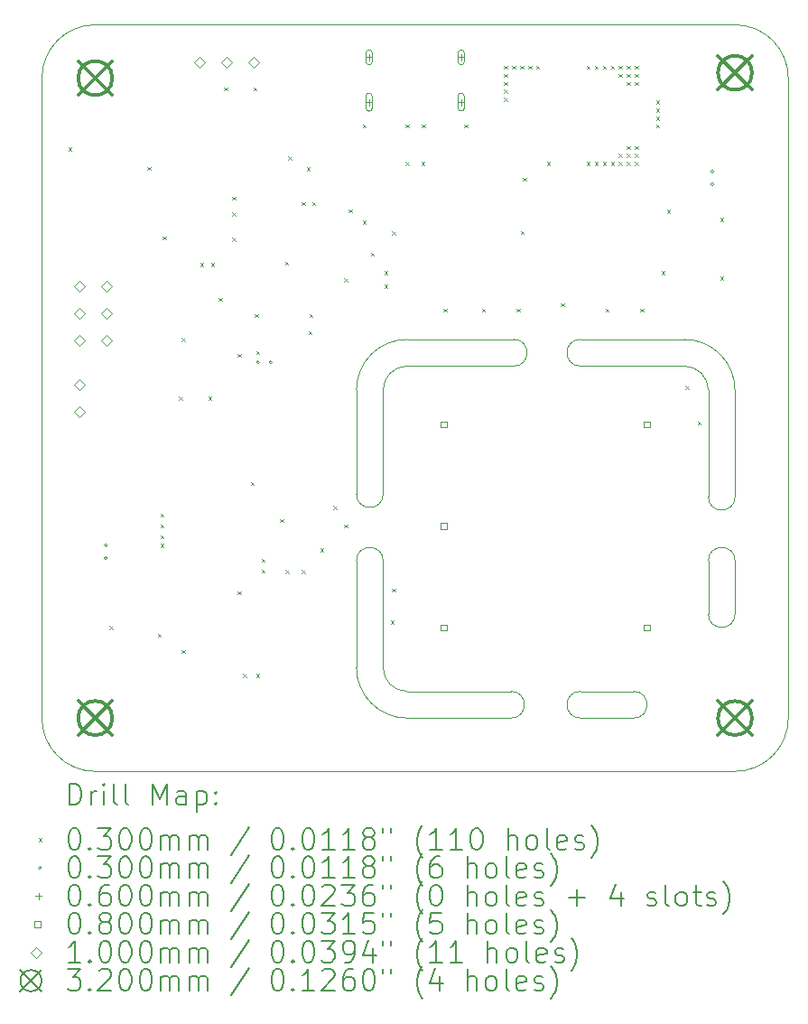
<source format=gbr>
%TF.GenerationSoftware,KiCad,Pcbnew,9.0.4*%
%TF.CreationDate,2025-10-01T21:18:34+02:00*%
%TF.ProjectId,gpsdo,67707364-6f2e-46b6-9963-61645f706362,rev?*%
%TF.SameCoordinates,Original*%
%TF.FileFunction,Drillmap*%
%TF.FilePolarity,Positive*%
%FSLAX45Y45*%
G04 Gerber Fmt 4.5, Leading zero omitted, Abs format (unit mm)*
G04 Created by KiCad (PCBNEW 9.0.4) date 2025-10-01 21:18:34*
%MOMM*%
%LPD*%
G01*
G04 APERTURE LIST*
%ADD10C,0.050000*%
%ADD11C,0.200000*%
%ADD12C,0.100000*%
%ADD13C,0.320000*%
G04 APERTURE END LIST*
D10*
X10775000Y-6975000D02*
G75*
G02*
X11275000Y-6475000I500000J0D01*
G01*
X11275000Y-6475000D02*
X17275000Y-6475000D01*
X11275000Y-13475000D02*
X17275000Y-13475000D01*
X14200000Y-12725000D02*
G75*
G02*
X13975000Y-12500000I0J225000D01*
G01*
X16800000Y-9425000D02*
G75*
G02*
X17275000Y-9900000I0J-475000D01*
G01*
X16800000Y-9675000D02*
G75*
G02*
X17025000Y-9900000I0J-225000D01*
G01*
X17025000Y-11500000D02*
G75*
G02*
X17275000Y-11500000I125000J0D01*
G01*
X15825000Y-9675000D02*
G75*
G02*
X15825000Y-9425000I0J125000D01*
G01*
X17025000Y-12000000D02*
X17025000Y-11500000D01*
X15825000Y-12975000D02*
X16325000Y-12975000D01*
X16800000Y-9425000D02*
X15825000Y-9425000D01*
X15825000Y-12725000D02*
X16325000Y-12725000D01*
X13725000Y-11500000D02*
G75*
G02*
X13975000Y-11500000I125000J0D01*
G01*
X14200000Y-12725000D02*
X15175000Y-12725000D01*
X15175000Y-12725000D02*
G75*
G02*
X15175000Y-12975000I0J-125000D01*
G01*
X17275000Y-10900000D02*
G75*
G02*
X17025000Y-10900000I-125000J0D01*
G01*
X14200000Y-9425000D02*
X15200000Y-9425000D01*
X11275000Y-13475000D02*
G75*
G02*
X10775000Y-12975000I0J500000D01*
G01*
X17025000Y-9900000D02*
X17025000Y-10900000D01*
X17775000Y-12975000D02*
X17775000Y-6975000D01*
X16325000Y-12725000D02*
G75*
G02*
X16325000Y-12975000I0J-125000D01*
G01*
X13975000Y-9900000D02*
X13975000Y-10875000D01*
X13725000Y-9900000D02*
G75*
G02*
X14200000Y-9425000I475000J0D01*
G01*
X13975000Y-12500000D02*
X13975000Y-11500000D01*
X10775000Y-6975000D02*
X10775000Y-12975000D01*
X14200000Y-12975000D02*
G75*
G02*
X13725000Y-12500000I0J475000D01*
G01*
X17275000Y-9900000D02*
X17275000Y-10900000D01*
X15825000Y-12975000D02*
G75*
G02*
X15825000Y-12725000I0J125000D01*
G01*
X14200000Y-12975000D02*
X15175000Y-12975000D01*
X13975000Y-10875000D02*
G75*
G02*
X13725000Y-10875000I-125000J0D01*
G01*
X17775000Y-12975000D02*
G75*
G02*
X17275000Y-13475000I-500000J0D01*
G01*
X17275000Y-12000000D02*
G75*
G02*
X17025000Y-12000000I-125000J0D01*
G01*
X13725000Y-12500000D02*
X13725000Y-11500000D01*
X13975000Y-9900000D02*
G75*
G02*
X14200000Y-9675000I225000J0D01*
G01*
X16800000Y-9675000D02*
X15825000Y-9675000D01*
X13725000Y-9900000D02*
X13725000Y-10875000D01*
X14200000Y-9675000D02*
X15200000Y-9675000D01*
X17275000Y-12000000D02*
X17275000Y-11500000D01*
X15200000Y-9425000D02*
G75*
G02*
X15200000Y-9675000I0J-125000D01*
G01*
X17275000Y-6475000D02*
G75*
G02*
X17775000Y-6975000I0J-500000D01*
G01*
D11*
D12*
X11025000Y-7625000D02*
X11055000Y-7655000D01*
X11055000Y-7625000D02*
X11025000Y-7655000D01*
X11410000Y-12110000D02*
X11440000Y-12140000D01*
X11440000Y-12110000D02*
X11410000Y-12140000D01*
X11765000Y-7805000D02*
X11795000Y-7835000D01*
X11795000Y-7805000D02*
X11765000Y-7835000D01*
X11860000Y-12185000D02*
X11890000Y-12215000D01*
X11890000Y-12185000D02*
X11860000Y-12215000D01*
X11885000Y-11056334D02*
X11915000Y-11086334D01*
X11915000Y-11056334D02*
X11885000Y-11086334D01*
X11885000Y-11160000D02*
X11915000Y-11190000D01*
X11915000Y-11160000D02*
X11885000Y-11190000D01*
X11885000Y-11260000D02*
X11915000Y-11290000D01*
X11915000Y-11260000D02*
X11885000Y-11290000D01*
X11885000Y-11340000D02*
X11915000Y-11370000D01*
X11915000Y-11340000D02*
X11885000Y-11370000D01*
X11910000Y-8460000D02*
X11940000Y-8490000D01*
X11940000Y-8460000D02*
X11910000Y-8490000D01*
X12060000Y-9960000D02*
X12090000Y-9990000D01*
X12090000Y-9960000D02*
X12060000Y-9990000D01*
X12085000Y-9410000D02*
X12115000Y-9440000D01*
X12115000Y-9410000D02*
X12085000Y-9440000D01*
X12085000Y-12335000D02*
X12115000Y-12365000D01*
X12115000Y-12335000D02*
X12085000Y-12365000D01*
X12260000Y-8710000D02*
X12290000Y-8740000D01*
X12290000Y-8710000D02*
X12260000Y-8740000D01*
X12335000Y-9960000D02*
X12365000Y-9990000D01*
X12365000Y-9960000D02*
X12335000Y-9990000D01*
X12360000Y-8710000D02*
X12390000Y-8740000D01*
X12390000Y-8710000D02*
X12360000Y-8740000D01*
X12435000Y-9035000D02*
X12465000Y-9065000D01*
X12465000Y-9035000D02*
X12435000Y-9065000D01*
X12485000Y-7060000D02*
X12515000Y-7090000D01*
X12515000Y-7060000D02*
X12485000Y-7090000D01*
X12560000Y-8085000D02*
X12590000Y-8115000D01*
X12590000Y-8085000D02*
X12560000Y-8115000D01*
X12560000Y-8235000D02*
X12590000Y-8265000D01*
X12590000Y-8235000D02*
X12560000Y-8265000D01*
X12560000Y-8470000D02*
X12590000Y-8500000D01*
X12590000Y-8470000D02*
X12560000Y-8500000D01*
X12610000Y-9560000D02*
X12640000Y-9590000D01*
X12640000Y-9560000D02*
X12610000Y-9590000D01*
X12610000Y-11785000D02*
X12640000Y-11815000D01*
X12640000Y-11785000D02*
X12610000Y-11815000D01*
X12660000Y-12560000D02*
X12690000Y-12590000D01*
X12690000Y-12560000D02*
X12660000Y-12590000D01*
X12735000Y-10760000D02*
X12765000Y-10790000D01*
X12765000Y-10760000D02*
X12735000Y-10790000D01*
X12760000Y-7060000D02*
X12790000Y-7090000D01*
X12790000Y-7060000D02*
X12760000Y-7090000D01*
X12770000Y-9185000D02*
X12800000Y-9215000D01*
X12800000Y-9185000D02*
X12770000Y-9215000D01*
X12785000Y-9535000D02*
X12815000Y-9565000D01*
X12815000Y-9535000D02*
X12785000Y-9565000D01*
X12785000Y-12560000D02*
X12815000Y-12590000D01*
X12815000Y-12560000D02*
X12785000Y-12590000D01*
X12835000Y-11482875D02*
X12865000Y-11512875D01*
X12865000Y-11482875D02*
X12835000Y-11512875D01*
X12835000Y-11582875D02*
X12865000Y-11612875D01*
X12865000Y-11582875D02*
X12835000Y-11612875D01*
X13010000Y-11110000D02*
X13040000Y-11140000D01*
X13040000Y-11110000D02*
X13010000Y-11140000D01*
X13053750Y-8696500D02*
X13083750Y-8726500D01*
X13083750Y-8696500D02*
X13053750Y-8726500D01*
X13060000Y-11585000D02*
X13090000Y-11615000D01*
X13090000Y-11585000D02*
X13060000Y-11615000D01*
X13085000Y-7710000D02*
X13115000Y-7740000D01*
X13115000Y-7710000D02*
X13085000Y-7740000D01*
X13210000Y-8135000D02*
X13240000Y-8165000D01*
X13240000Y-8135000D02*
X13210000Y-8165000D01*
X13210000Y-11585000D02*
X13240000Y-11615000D01*
X13240000Y-11585000D02*
X13210000Y-11615000D01*
X13260000Y-7810000D02*
X13290000Y-7840000D01*
X13290000Y-7810000D02*
X13260000Y-7840000D01*
X13275000Y-9347500D02*
X13305000Y-9377500D01*
X13305000Y-9347500D02*
X13275000Y-9377500D01*
X13285000Y-9185000D02*
X13315000Y-9215000D01*
X13315000Y-9185000D02*
X13285000Y-9215000D01*
X13310000Y-8135000D02*
X13340000Y-8165000D01*
X13340000Y-8135000D02*
X13310000Y-8165000D01*
X13385000Y-11385000D02*
X13415000Y-11415000D01*
X13415000Y-11385000D02*
X13385000Y-11415000D01*
X13510000Y-10985000D02*
X13540000Y-11015000D01*
X13540000Y-10985000D02*
X13510000Y-11015000D01*
X13610000Y-8850000D02*
X13640000Y-8880000D01*
X13640000Y-8850000D02*
X13610000Y-8880000D01*
X13610000Y-11160000D02*
X13640000Y-11190000D01*
X13640000Y-11160000D02*
X13610000Y-11190000D01*
X13653158Y-8203158D02*
X13683158Y-8233158D01*
X13683158Y-8203158D02*
X13653158Y-8233158D01*
X13785000Y-7410000D02*
X13815000Y-7440000D01*
X13815000Y-7410000D02*
X13785000Y-7440000D01*
X13785000Y-8310000D02*
X13815000Y-8340000D01*
X13815000Y-8310000D02*
X13785000Y-8340000D01*
X13860000Y-8610000D02*
X13890000Y-8640000D01*
X13890000Y-8610000D02*
X13860000Y-8640000D01*
X13985000Y-8785000D02*
X14015000Y-8815000D01*
X14015000Y-8785000D02*
X13985000Y-8815000D01*
X13985000Y-8910000D02*
X14015000Y-8940000D01*
X14015000Y-8910000D02*
X13985000Y-8940000D01*
X14047500Y-12060000D02*
X14077500Y-12090000D01*
X14077500Y-12060000D02*
X14047500Y-12090000D01*
X14060000Y-8410000D02*
X14090000Y-8440000D01*
X14090000Y-8410000D02*
X14060000Y-8440000D01*
X14060000Y-11760000D02*
X14090000Y-11790000D01*
X14090000Y-11760000D02*
X14060000Y-11790000D01*
X14185000Y-7410000D02*
X14215000Y-7440000D01*
X14215000Y-7410000D02*
X14185000Y-7440000D01*
X14185000Y-7760000D02*
X14215000Y-7790000D01*
X14215000Y-7760000D02*
X14185000Y-7790000D01*
X14335000Y-7760000D02*
X14365000Y-7790000D01*
X14365000Y-7760000D02*
X14335000Y-7790000D01*
X14338666Y-7410000D02*
X14368666Y-7440000D01*
X14368666Y-7410000D02*
X14338666Y-7440000D01*
X14539500Y-9134500D02*
X14569500Y-9164500D01*
X14569500Y-9134500D02*
X14539500Y-9164500D01*
X14735000Y-7410000D02*
X14765000Y-7440000D01*
X14765000Y-7410000D02*
X14735000Y-7440000D01*
X14901875Y-9135000D02*
X14931875Y-9165000D01*
X14931875Y-9135000D02*
X14901875Y-9165000D01*
X15110000Y-6860000D02*
X15140000Y-6890000D01*
X15140000Y-6860000D02*
X15110000Y-6890000D01*
X15110000Y-6935000D02*
X15140000Y-6965000D01*
X15140000Y-6935000D02*
X15110000Y-6965000D01*
X15110000Y-7010000D02*
X15140000Y-7040000D01*
X15140000Y-7010000D02*
X15110000Y-7040000D01*
X15110000Y-7085000D02*
X15140000Y-7115000D01*
X15140000Y-7085000D02*
X15110000Y-7115000D01*
X15110000Y-7160000D02*
X15140000Y-7190000D01*
X15140000Y-7160000D02*
X15110000Y-7190000D01*
X15185000Y-6860000D02*
X15215000Y-6890000D01*
X15215000Y-6860000D02*
X15185000Y-6890000D01*
X15226875Y-9135000D02*
X15256875Y-9165000D01*
X15256875Y-9135000D02*
X15226875Y-9165000D01*
X15260000Y-6860000D02*
X15290000Y-6890000D01*
X15290000Y-6860000D02*
X15260000Y-6890000D01*
X15264500Y-8409500D02*
X15294500Y-8439500D01*
X15294500Y-8409500D02*
X15264500Y-8439500D01*
X15285000Y-7910000D02*
X15315000Y-7940000D01*
X15315000Y-7910000D02*
X15285000Y-7940000D01*
X15335000Y-6860000D02*
X15365000Y-6890000D01*
X15365000Y-6860000D02*
X15335000Y-6890000D01*
X15410000Y-6860000D02*
X15440000Y-6890000D01*
X15440000Y-6860000D02*
X15410000Y-6890000D01*
X15510000Y-7760000D02*
X15540000Y-7790000D01*
X15540000Y-7760000D02*
X15510000Y-7790000D01*
X15639500Y-9084500D02*
X15669500Y-9114500D01*
X15669500Y-9084500D02*
X15639500Y-9114500D01*
X15885000Y-6860000D02*
X15915000Y-6890000D01*
X15915000Y-6860000D02*
X15885000Y-6890000D01*
X15885000Y-7760000D02*
X15915000Y-7790000D01*
X15915000Y-7760000D02*
X15885000Y-7790000D01*
X15960000Y-6860000D02*
X15990000Y-6890000D01*
X15990000Y-6860000D02*
X15960000Y-6890000D01*
X15960000Y-7760000D02*
X15990000Y-7790000D01*
X15990000Y-7760000D02*
X15960000Y-7790000D01*
X16035000Y-6860000D02*
X16065000Y-6890000D01*
X16065000Y-6860000D02*
X16035000Y-6890000D01*
X16035000Y-7760000D02*
X16065000Y-7790000D01*
X16065000Y-7760000D02*
X16035000Y-7790000D01*
X16060000Y-9135000D02*
X16090000Y-9165000D01*
X16090000Y-9135000D02*
X16060000Y-9165000D01*
X16110000Y-6860000D02*
X16140000Y-6890000D01*
X16140000Y-6860000D02*
X16110000Y-6890000D01*
X16110000Y-7760000D02*
X16140000Y-7790000D01*
X16140000Y-7760000D02*
X16110000Y-7790000D01*
X16185000Y-6860000D02*
X16215000Y-6890000D01*
X16215000Y-6860000D02*
X16185000Y-6890000D01*
X16185000Y-6935000D02*
X16215000Y-6965000D01*
X16215000Y-6935000D02*
X16185000Y-6965000D01*
X16185000Y-7685000D02*
X16215000Y-7715000D01*
X16215000Y-7685000D02*
X16185000Y-7715000D01*
X16185000Y-7760000D02*
X16215000Y-7790000D01*
X16215000Y-7760000D02*
X16185000Y-7790000D01*
X16260000Y-6860000D02*
X16290000Y-6890000D01*
X16290000Y-6860000D02*
X16260000Y-6890000D01*
X16260000Y-6935000D02*
X16290000Y-6965000D01*
X16290000Y-6935000D02*
X16260000Y-6965000D01*
X16260000Y-7010000D02*
X16290000Y-7040000D01*
X16290000Y-7010000D02*
X16260000Y-7040000D01*
X16260000Y-7610000D02*
X16290000Y-7640000D01*
X16290000Y-7610000D02*
X16260000Y-7640000D01*
X16260000Y-7685000D02*
X16290000Y-7715000D01*
X16290000Y-7685000D02*
X16260000Y-7715000D01*
X16260000Y-7760000D02*
X16290000Y-7790000D01*
X16290000Y-7760000D02*
X16260000Y-7790000D01*
X16335000Y-6860000D02*
X16365000Y-6890000D01*
X16365000Y-6860000D02*
X16335000Y-6890000D01*
X16335000Y-6935000D02*
X16365000Y-6965000D01*
X16365000Y-6935000D02*
X16335000Y-6965000D01*
X16335000Y-7010000D02*
X16365000Y-7040000D01*
X16365000Y-7010000D02*
X16335000Y-7040000D01*
X16335000Y-7610000D02*
X16365000Y-7640000D01*
X16365000Y-7610000D02*
X16335000Y-7640000D01*
X16335000Y-7685000D02*
X16365000Y-7715000D01*
X16365000Y-7685000D02*
X16335000Y-7715000D01*
X16335000Y-7760000D02*
X16365000Y-7790000D01*
X16365000Y-7760000D02*
X16335000Y-7790000D01*
X16385000Y-9135000D02*
X16415000Y-9165000D01*
X16415000Y-9135000D02*
X16385000Y-9165000D01*
X16535000Y-7185000D02*
X16565000Y-7215000D01*
X16565000Y-7185000D02*
X16535000Y-7215000D01*
X16535000Y-7260000D02*
X16565000Y-7290000D01*
X16565000Y-7260000D02*
X16535000Y-7290000D01*
X16535000Y-7335000D02*
X16565000Y-7365000D01*
X16565000Y-7335000D02*
X16535000Y-7365000D01*
X16535000Y-7410000D02*
X16565000Y-7440000D01*
X16565000Y-7410000D02*
X16535000Y-7440000D01*
X16585000Y-8785000D02*
X16615000Y-8815000D01*
X16615000Y-8785000D02*
X16585000Y-8815000D01*
X16635000Y-8210000D02*
X16665000Y-8240000D01*
X16665000Y-8210000D02*
X16635000Y-8240000D01*
X16810000Y-9860000D02*
X16840000Y-9890000D01*
X16840000Y-9860000D02*
X16810000Y-9890000D01*
X16925750Y-10194250D02*
X16955750Y-10224250D01*
X16955750Y-10194250D02*
X16925750Y-10224250D01*
X17135000Y-8285000D02*
X17165000Y-8315000D01*
X17165000Y-8285000D02*
X17135000Y-8315000D01*
X17135000Y-8835000D02*
X17165000Y-8865000D01*
X17165000Y-8835000D02*
X17135000Y-8865000D01*
X11390000Y-11355000D02*
G75*
G02*
X11360000Y-11355000I-15000J0D01*
G01*
X11360000Y-11355000D02*
G75*
G02*
X11390000Y-11355000I15000J0D01*
G01*
X11390000Y-11475000D02*
G75*
G02*
X11360000Y-11475000I-15000J0D01*
G01*
X11360000Y-11475000D02*
G75*
G02*
X11390000Y-11475000I15000J0D01*
G01*
X12815000Y-9640000D02*
G75*
G02*
X12785000Y-9640000I-15000J0D01*
G01*
X12785000Y-9640000D02*
G75*
G02*
X12815000Y-9640000I15000J0D01*
G01*
X12935000Y-9640000D02*
G75*
G02*
X12905000Y-9640000I-15000J0D01*
G01*
X12905000Y-9640000D02*
G75*
G02*
X12935000Y-9640000I15000J0D01*
G01*
X17077500Y-7850000D02*
G75*
G02*
X17047500Y-7850000I-15000J0D01*
G01*
X17047500Y-7850000D02*
G75*
G02*
X17077500Y-7850000I15000J0D01*
G01*
X17077500Y-7970000D02*
G75*
G02*
X17047500Y-7970000I-15000J0D01*
G01*
X17047500Y-7970000D02*
G75*
G02*
X17077500Y-7970000I15000J0D01*
G01*
X13843000Y-6750000D02*
X13843000Y-6810000D01*
X13813000Y-6780000D02*
X13873000Y-6780000D01*
X13873000Y-6820000D02*
X13873000Y-6740000D01*
X13813000Y-6740000D02*
G75*
G02*
X13873000Y-6740000I30000J0D01*
G01*
X13813000Y-6740000D02*
X13813000Y-6820000D01*
X13813000Y-6820000D02*
G75*
G03*
X13873000Y-6820000I30000J0D01*
G01*
X13843000Y-7170000D02*
X13843000Y-7230000D01*
X13813000Y-7200000D02*
X13873000Y-7200000D01*
X13873000Y-7255000D02*
X13873000Y-7145000D01*
X13813000Y-7145000D02*
G75*
G02*
X13873000Y-7145000I30000J0D01*
G01*
X13813000Y-7145000D02*
X13813000Y-7255000D01*
X13813000Y-7255000D02*
G75*
G03*
X13873000Y-7255000I30000J0D01*
G01*
X14707000Y-6750000D02*
X14707000Y-6810000D01*
X14677000Y-6780000D02*
X14737000Y-6780000D01*
X14737000Y-6820000D02*
X14737000Y-6740000D01*
X14677000Y-6740000D02*
G75*
G02*
X14737000Y-6740000I30000J0D01*
G01*
X14677000Y-6740000D02*
X14677000Y-6820000D01*
X14677000Y-6820000D02*
G75*
G03*
X14737000Y-6820000I30000J0D01*
G01*
X14707000Y-7170000D02*
X14707000Y-7230000D01*
X14677000Y-7200000D02*
X14737000Y-7200000D01*
X14737000Y-7255000D02*
X14737000Y-7145000D01*
X14677000Y-7145000D02*
G75*
G02*
X14737000Y-7145000I30000J0D01*
G01*
X14677000Y-7145000D02*
X14677000Y-7255000D01*
X14677000Y-7255000D02*
G75*
G03*
X14737000Y-7255000I30000J0D01*
G01*
X14573284Y-10250785D02*
X14573284Y-10194216D01*
X14516715Y-10194216D01*
X14516715Y-10250785D01*
X14573284Y-10250785D01*
X14573284Y-11203284D02*
X14573284Y-11146716D01*
X14516715Y-11146716D01*
X14516715Y-11203284D01*
X14573284Y-11203284D01*
X14573284Y-12155784D02*
X14573284Y-12099215D01*
X14516715Y-12099215D01*
X14516715Y-12155784D01*
X14573284Y-12155784D01*
X16478284Y-10250785D02*
X16478284Y-10194216D01*
X16421715Y-10194216D01*
X16421715Y-10250785D01*
X16478284Y-10250785D01*
X16478284Y-12155784D02*
X16478284Y-12099215D01*
X16421715Y-12099215D01*
X16421715Y-12155784D01*
X16478284Y-12155784D01*
X11125000Y-8977750D02*
X11175000Y-8927750D01*
X11125000Y-8877750D01*
X11075000Y-8927750D01*
X11125000Y-8977750D01*
X11125000Y-9231750D02*
X11175000Y-9181750D01*
X11125000Y-9131750D01*
X11075000Y-9181750D01*
X11125000Y-9231750D01*
X11125000Y-9485750D02*
X11175000Y-9435750D01*
X11125000Y-9385750D01*
X11075000Y-9435750D01*
X11125000Y-9485750D01*
X11125000Y-9897500D02*
X11175000Y-9847500D01*
X11125000Y-9797500D01*
X11075000Y-9847500D01*
X11125000Y-9897500D01*
X11125000Y-10151500D02*
X11175000Y-10101500D01*
X11125000Y-10051500D01*
X11075000Y-10101500D01*
X11125000Y-10151500D01*
X11379000Y-8977750D02*
X11429000Y-8927750D01*
X11379000Y-8877750D01*
X11329000Y-8927750D01*
X11379000Y-8977750D01*
X11379000Y-9231750D02*
X11429000Y-9181750D01*
X11379000Y-9131750D01*
X11329000Y-9181750D01*
X11379000Y-9231750D01*
X11379000Y-9485750D02*
X11429000Y-9435750D01*
X11379000Y-9385750D01*
X11329000Y-9435750D01*
X11379000Y-9485750D01*
X12250000Y-6875000D02*
X12300000Y-6825000D01*
X12250000Y-6775000D01*
X12200000Y-6825000D01*
X12250000Y-6875000D01*
X12504000Y-6875000D02*
X12554000Y-6825000D01*
X12504000Y-6775000D01*
X12454000Y-6825000D01*
X12504000Y-6875000D01*
X12758000Y-6875000D02*
X12808000Y-6825000D01*
X12758000Y-6775000D01*
X12708000Y-6825000D01*
X12758000Y-6875000D01*
D13*
X11115000Y-6815000D02*
X11435000Y-7135000D01*
X11435000Y-6815000D02*
X11115000Y-7135000D01*
X11435000Y-6975000D02*
G75*
G02*
X11115000Y-6975000I-160000J0D01*
G01*
X11115000Y-6975000D02*
G75*
G02*
X11435000Y-6975000I160000J0D01*
G01*
X11115000Y-12815000D02*
X11435000Y-13135000D01*
X11435000Y-12815000D02*
X11115000Y-13135000D01*
X11435000Y-12975000D02*
G75*
G02*
X11115000Y-12975000I-160000J0D01*
G01*
X11115000Y-12975000D02*
G75*
G02*
X11435000Y-12975000I160000J0D01*
G01*
X17115000Y-6765000D02*
X17435000Y-7085000D01*
X17435000Y-6765000D02*
X17115000Y-7085000D01*
X17435000Y-6925000D02*
G75*
G02*
X17115000Y-6925000I-160000J0D01*
G01*
X17115000Y-6925000D02*
G75*
G02*
X17435000Y-6925000I160000J0D01*
G01*
X17115000Y-12815000D02*
X17435000Y-13135000D01*
X17435000Y-12815000D02*
X17115000Y-13135000D01*
X17435000Y-12975000D02*
G75*
G02*
X17115000Y-12975000I-160000J0D01*
G01*
X17115000Y-12975000D02*
G75*
G02*
X17435000Y-12975000I160000J0D01*
G01*
D11*
X11033277Y-13788984D02*
X11033277Y-13588984D01*
X11033277Y-13588984D02*
X11080896Y-13588984D01*
X11080896Y-13588984D02*
X11109467Y-13598508D01*
X11109467Y-13598508D02*
X11128515Y-13617555D01*
X11128515Y-13617555D02*
X11138039Y-13636603D01*
X11138039Y-13636603D02*
X11147563Y-13674698D01*
X11147563Y-13674698D02*
X11147563Y-13703269D01*
X11147563Y-13703269D02*
X11138039Y-13741365D01*
X11138039Y-13741365D02*
X11128515Y-13760412D01*
X11128515Y-13760412D02*
X11109467Y-13779460D01*
X11109467Y-13779460D02*
X11080896Y-13788984D01*
X11080896Y-13788984D02*
X11033277Y-13788984D01*
X11233277Y-13788984D02*
X11233277Y-13655650D01*
X11233277Y-13693746D02*
X11242801Y-13674698D01*
X11242801Y-13674698D02*
X11252324Y-13665174D01*
X11252324Y-13665174D02*
X11271372Y-13655650D01*
X11271372Y-13655650D02*
X11290420Y-13655650D01*
X11357086Y-13788984D02*
X11357086Y-13655650D01*
X11357086Y-13588984D02*
X11347562Y-13598508D01*
X11347562Y-13598508D02*
X11357086Y-13608031D01*
X11357086Y-13608031D02*
X11366610Y-13598508D01*
X11366610Y-13598508D02*
X11357086Y-13588984D01*
X11357086Y-13588984D02*
X11357086Y-13608031D01*
X11480896Y-13788984D02*
X11461848Y-13779460D01*
X11461848Y-13779460D02*
X11452324Y-13760412D01*
X11452324Y-13760412D02*
X11452324Y-13588984D01*
X11585658Y-13788984D02*
X11566610Y-13779460D01*
X11566610Y-13779460D02*
X11557086Y-13760412D01*
X11557086Y-13760412D02*
X11557086Y-13588984D01*
X11814229Y-13788984D02*
X11814229Y-13588984D01*
X11814229Y-13588984D02*
X11880896Y-13731841D01*
X11880896Y-13731841D02*
X11947562Y-13588984D01*
X11947562Y-13588984D02*
X11947562Y-13788984D01*
X12128515Y-13788984D02*
X12128515Y-13684222D01*
X12128515Y-13684222D02*
X12118991Y-13665174D01*
X12118991Y-13665174D02*
X12099943Y-13655650D01*
X12099943Y-13655650D02*
X12061848Y-13655650D01*
X12061848Y-13655650D02*
X12042801Y-13665174D01*
X12128515Y-13779460D02*
X12109467Y-13788984D01*
X12109467Y-13788984D02*
X12061848Y-13788984D01*
X12061848Y-13788984D02*
X12042801Y-13779460D01*
X12042801Y-13779460D02*
X12033277Y-13760412D01*
X12033277Y-13760412D02*
X12033277Y-13741365D01*
X12033277Y-13741365D02*
X12042801Y-13722317D01*
X12042801Y-13722317D02*
X12061848Y-13712793D01*
X12061848Y-13712793D02*
X12109467Y-13712793D01*
X12109467Y-13712793D02*
X12128515Y-13703269D01*
X12223753Y-13655650D02*
X12223753Y-13855650D01*
X12223753Y-13665174D02*
X12242801Y-13655650D01*
X12242801Y-13655650D02*
X12280896Y-13655650D01*
X12280896Y-13655650D02*
X12299943Y-13665174D01*
X12299943Y-13665174D02*
X12309467Y-13674698D01*
X12309467Y-13674698D02*
X12318991Y-13693746D01*
X12318991Y-13693746D02*
X12318991Y-13750888D01*
X12318991Y-13750888D02*
X12309467Y-13769936D01*
X12309467Y-13769936D02*
X12299943Y-13779460D01*
X12299943Y-13779460D02*
X12280896Y-13788984D01*
X12280896Y-13788984D02*
X12242801Y-13788984D01*
X12242801Y-13788984D02*
X12223753Y-13779460D01*
X12404705Y-13769936D02*
X12414229Y-13779460D01*
X12414229Y-13779460D02*
X12404705Y-13788984D01*
X12404705Y-13788984D02*
X12395182Y-13779460D01*
X12395182Y-13779460D02*
X12404705Y-13769936D01*
X12404705Y-13769936D02*
X12404705Y-13788984D01*
X12404705Y-13665174D02*
X12414229Y-13674698D01*
X12414229Y-13674698D02*
X12404705Y-13684222D01*
X12404705Y-13684222D02*
X12395182Y-13674698D01*
X12395182Y-13674698D02*
X12404705Y-13665174D01*
X12404705Y-13665174D02*
X12404705Y-13684222D01*
D12*
X10742500Y-14102500D02*
X10772500Y-14132500D01*
X10772500Y-14102500D02*
X10742500Y-14132500D01*
D11*
X11071372Y-14008984D02*
X11090420Y-14008984D01*
X11090420Y-14008984D02*
X11109467Y-14018508D01*
X11109467Y-14018508D02*
X11118991Y-14028031D01*
X11118991Y-14028031D02*
X11128515Y-14047079D01*
X11128515Y-14047079D02*
X11138039Y-14085174D01*
X11138039Y-14085174D02*
X11138039Y-14132793D01*
X11138039Y-14132793D02*
X11128515Y-14170888D01*
X11128515Y-14170888D02*
X11118991Y-14189936D01*
X11118991Y-14189936D02*
X11109467Y-14199460D01*
X11109467Y-14199460D02*
X11090420Y-14208984D01*
X11090420Y-14208984D02*
X11071372Y-14208984D01*
X11071372Y-14208984D02*
X11052324Y-14199460D01*
X11052324Y-14199460D02*
X11042801Y-14189936D01*
X11042801Y-14189936D02*
X11033277Y-14170888D01*
X11033277Y-14170888D02*
X11023753Y-14132793D01*
X11023753Y-14132793D02*
X11023753Y-14085174D01*
X11023753Y-14085174D02*
X11033277Y-14047079D01*
X11033277Y-14047079D02*
X11042801Y-14028031D01*
X11042801Y-14028031D02*
X11052324Y-14018508D01*
X11052324Y-14018508D02*
X11071372Y-14008984D01*
X11223753Y-14189936D02*
X11233277Y-14199460D01*
X11233277Y-14199460D02*
X11223753Y-14208984D01*
X11223753Y-14208984D02*
X11214229Y-14199460D01*
X11214229Y-14199460D02*
X11223753Y-14189936D01*
X11223753Y-14189936D02*
X11223753Y-14208984D01*
X11299943Y-14008984D02*
X11423753Y-14008984D01*
X11423753Y-14008984D02*
X11357086Y-14085174D01*
X11357086Y-14085174D02*
X11385658Y-14085174D01*
X11385658Y-14085174D02*
X11404705Y-14094698D01*
X11404705Y-14094698D02*
X11414229Y-14104222D01*
X11414229Y-14104222D02*
X11423753Y-14123269D01*
X11423753Y-14123269D02*
X11423753Y-14170888D01*
X11423753Y-14170888D02*
X11414229Y-14189936D01*
X11414229Y-14189936D02*
X11404705Y-14199460D01*
X11404705Y-14199460D02*
X11385658Y-14208984D01*
X11385658Y-14208984D02*
X11328515Y-14208984D01*
X11328515Y-14208984D02*
X11309467Y-14199460D01*
X11309467Y-14199460D02*
X11299943Y-14189936D01*
X11547562Y-14008984D02*
X11566610Y-14008984D01*
X11566610Y-14008984D02*
X11585658Y-14018508D01*
X11585658Y-14018508D02*
X11595182Y-14028031D01*
X11595182Y-14028031D02*
X11604705Y-14047079D01*
X11604705Y-14047079D02*
X11614229Y-14085174D01*
X11614229Y-14085174D02*
X11614229Y-14132793D01*
X11614229Y-14132793D02*
X11604705Y-14170888D01*
X11604705Y-14170888D02*
X11595182Y-14189936D01*
X11595182Y-14189936D02*
X11585658Y-14199460D01*
X11585658Y-14199460D02*
X11566610Y-14208984D01*
X11566610Y-14208984D02*
X11547562Y-14208984D01*
X11547562Y-14208984D02*
X11528515Y-14199460D01*
X11528515Y-14199460D02*
X11518991Y-14189936D01*
X11518991Y-14189936D02*
X11509467Y-14170888D01*
X11509467Y-14170888D02*
X11499943Y-14132793D01*
X11499943Y-14132793D02*
X11499943Y-14085174D01*
X11499943Y-14085174D02*
X11509467Y-14047079D01*
X11509467Y-14047079D02*
X11518991Y-14028031D01*
X11518991Y-14028031D02*
X11528515Y-14018508D01*
X11528515Y-14018508D02*
X11547562Y-14008984D01*
X11738039Y-14008984D02*
X11757086Y-14008984D01*
X11757086Y-14008984D02*
X11776134Y-14018508D01*
X11776134Y-14018508D02*
X11785658Y-14028031D01*
X11785658Y-14028031D02*
X11795182Y-14047079D01*
X11795182Y-14047079D02*
X11804705Y-14085174D01*
X11804705Y-14085174D02*
X11804705Y-14132793D01*
X11804705Y-14132793D02*
X11795182Y-14170888D01*
X11795182Y-14170888D02*
X11785658Y-14189936D01*
X11785658Y-14189936D02*
X11776134Y-14199460D01*
X11776134Y-14199460D02*
X11757086Y-14208984D01*
X11757086Y-14208984D02*
X11738039Y-14208984D01*
X11738039Y-14208984D02*
X11718991Y-14199460D01*
X11718991Y-14199460D02*
X11709467Y-14189936D01*
X11709467Y-14189936D02*
X11699943Y-14170888D01*
X11699943Y-14170888D02*
X11690420Y-14132793D01*
X11690420Y-14132793D02*
X11690420Y-14085174D01*
X11690420Y-14085174D02*
X11699943Y-14047079D01*
X11699943Y-14047079D02*
X11709467Y-14028031D01*
X11709467Y-14028031D02*
X11718991Y-14018508D01*
X11718991Y-14018508D02*
X11738039Y-14008984D01*
X11890420Y-14208984D02*
X11890420Y-14075650D01*
X11890420Y-14094698D02*
X11899943Y-14085174D01*
X11899943Y-14085174D02*
X11918991Y-14075650D01*
X11918991Y-14075650D02*
X11947563Y-14075650D01*
X11947563Y-14075650D02*
X11966610Y-14085174D01*
X11966610Y-14085174D02*
X11976134Y-14104222D01*
X11976134Y-14104222D02*
X11976134Y-14208984D01*
X11976134Y-14104222D02*
X11985658Y-14085174D01*
X11985658Y-14085174D02*
X12004705Y-14075650D01*
X12004705Y-14075650D02*
X12033277Y-14075650D01*
X12033277Y-14075650D02*
X12052324Y-14085174D01*
X12052324Y-14085174D02*
X12061848Y-14104222D01*
X12061848Y-14104222D02*
X12061848Y-14208984D01*
X12157086Y-14208984D02*
X12157086Y-14075650D01*
X12157086Y-14094698D02*
X12166610Y-14085174D01*
X12166610Y-14085174D02*
X12185658Y-14075650D01*
X12185658Y-14075650D02*
X12214229Y-14075650D01*
X12214229Y-14075650D02*
X12233277Y-14085174D01*
X12233277Y-14085174D02*
X12242801Y-14104222D01*
X12242801Y-14104222D02*
X12242801Y-14208984D01*
X12242801Y-14104222D02*
X12252324Y-14085174D01*
X12252324Y-14085174D02*
X12271372Y-14075650D01*
X12271372Y-14075650D02*
X12299943Y-14075650D01*
X12299943Y-14075650D02*
X12318991Y-14085174D01*
X12318991Y-14085174D02*
X12328515Y-14104222D01*
X12328515Y-14104222D02*
X12328515Y-14208984D01*
X12718991Y-13999460D02*
X12547563Y-14256603D01*
X12976134Y-14008984D02*
X12995182Y-14008984D01*
X12995182Y-14008984D02*
X13014229Y-14018508D01*
X13014229Y-14018508D02*
X13023753Y-14028031D01*
X13023753Y-14028031D02*
X13033277Y-14047079D01*
X13033277Y-14047079D02*
X13042801Y-14085174D01*
X13042801Y-14085174D02*
X13042801Y-14132793D01*
X13042801Y-14132793D02*
X13033277Y-14170888D01*
X13033277Y-14170888D02*
X13023753Y-14189936D01*
X13023753Y-14189936D02*
X13014229Y-14199460D01*
X13014229Y-14199460D02*
X12995182Y-14208984D01*
X12995182Y-14208984D02*
X12976134Y-14208984D01*
X12976134Y-14208984D02*
X12957086Y-14199460D01*
X12957086Y-14199460D02*
X12947563Y-14189936D01*
X12947563Y-14189936D02*
X12938039Y-14170888D01*
X12938039Y-14170888D02*
X12928515Y-14132793D01*
X12928515Y-14132793D02*
X12928515Y-14085174D01*
X12928515Y-14085174D02*
X12938039Y-14047079D01*
X12938039Y-14047079D02*
X12947563Y-14028031D01*
X12947563Y-14028031D02*
X12957086Y-14018508D01*
X12957086Y-14018508D02*
X12976134Y-14008984D01*
X13128515Y-14189936D02*
X13138039Y-14199460D01*
X13138039Y-14199460D02*
X13128515Y-14208984D01*
X13128515Y-14208984D02*
X13118991Y-14199460D01*
X13118991Y-14199460D02*
X13128515Y-14189936D01*
X13128515Y-14189936D02*
X13128515Y-14208984D01*
X13261848Y-14008984D02*
X13280896Y-14008984D01*
X13280896Y-14008984D02*
X13299944Y-14018508D01*
X13299944Y-14018508D02*
X13309467Y-14028031D01*
X13309467Y-14028031D02*
X13318991Y-14047079D01*
X13318991Y-14047079D02*
X13328515Y-14085174D01*
X13328515Y-14085174D02*
X13328515Y-14132793D01*
X13328515Y-14132793D02*
X13318991Y-14170888D01*
X13318991Y-14170888D02*
X13309467Y-14189936D01*
X13309467Y-14189936D02*
X13299944Y-14199460D01*
X13299944Y-14199460D02*
X13280896Y-14208984D01*
X13280896Y-14208984D02*
X13261848Y-14208984D01*
X13261848Y-14208984D02*
X13242801Y-14199460D01*
X13242801Y-14199460D02*
X13233277Y-14189936D01*
X13233277Y-14189936D02*
X13223753Y-14170888D01*
X13223753Y-14170888D02*
X13214229Y-14132793D01*
X13214229Y-14132793D02*
X13214229Y-14085174D01*
X13214229Y-14085174D02*
X13223753Y-14047079D01*
X13223753Y-14047079D02*
X13233277Y-14028031D01*
X13233277Y-14028031D02*
X13242801Y-14018508D01*
X13242801Y-14018508D02*
X13261848Y-14008984D01*
X13518991Y-14208984D02*
X13404706Y-14208984D01*
X13461848Y-14208984D02*
X13461848Y-14008984D01*
X13461848Y-14008984D02*
X13442801Y-14037555D01*
X13442801Y-14037555D02*
X13423753Y-14056603D01*
X13423753Y-14056603D02*
X13404706Y-14066127D01*
X13709467Y-14208984D02*
X13595182Y-14208984D01*
X13652325Y-14208984D02*
X13652325Y-14008984D01*
X13652325Y-14008984D02*
X13633277Y-14037555D01*
X13633277Y-14037555D02*
X13614229Y-14056603D01*
X13614229Y-14056603D02*
X13595182Y-14066127D01*
X13823753Y-14094698D02*
X13804706Y-14085174D01*
X13804706Y-14085174D02*
X13795182Y-14075650D01*
X13795182Y-14075650D02*
X13785658Y-14056603D01*
X13785658Y-14056603D02*
X13785658Y-14047079D01*
X13785658Y-14047079D02*
X13795182Y-14028031D01*
X13795182Y-14028031D02*
X13804706Y-14018508D01*
X13804706Y-14018508D02*
X13823753Y-14008984D01*
X13823753Y-14008984D02*
X13861848Y-14008984D01*
X13861848Y-14008984D02*
X13880896Y-14018508D01*
X13880896Y-14018508D02*
X13890420Y-14028031D01*
X13890420Y-14028031D02*
X13899944Y-14047079D01*
X13899944Y-14047079D02*
X13899944Y-14056603D01*
X13899944Y-14056603D02*
X13890420Y-14075650D01*
X13890420Y-14075650D02*
X13880896Y-14085174D01*
X13880896Y-14085174D02*
X13861848Y-14094698D01*
X13861848Y-14094698D02*
X13823753Y-14094698D01*
X13823753Y-14094698D02*
X13804706Y-14104222D01*
X13804706Y-14104222D02*
X13795182Y-14113746D01*
X13795182Y-14113746D02*
X13785658Y-14132793D01*
X13785658Y-14132793D02*
X13785658Y-14170888D01*
X13785658Y-14170888D02*
X13795182Y-14189936D01*
X13795182Y-14189936D02*
X13804706Y-14199460D01*
X13804706Y-14199460D02*
X13823753Y-14208984D01*
X13823753Y-14208984D02*
X13861848Y-14208984D01*
X13861848Y-14208984D02*
X13880896Y-14199460D01*
X13880896Y-14199460D02*
X13890420Y-14189936D01*
X13890420Y-14189936D02*
X13899944Y-14170888D01*
X13899944Y-14170888D02*
X13899944Y-14132793D01*
X13899944Y-14132793D02*
X13890420Y-14113746D01*
X13890420Y-14113746D02*
X13880896Y-14104222D01*
X13880896Y-14104222D02*
X13861848Y-14094698D01*
X13976134Y-14008984D02*
X13976134Y-14047079D01*
X14052325Y-14008984D02*
X14052325Y-14047079D01*
X14347563Y-14285174D02*
X14338039Y-14275650D01*
X14338039Y-14275650D02*
X14318991Y-14247079D01*
X14318991Y-14247079D02*
X14309468Y-14228031D01*
X14309468Y-14228031D02*
X14299944Y-14199460D01*
X14299944Y-14199460D02*
X14290420Y-14151841D01*
X14290420Y-14151841D02*
X14290420Y-14113746D01*
X14290420Y-14113746D02*
X14299944Y-14066127D01*
X14299944Y-14066127D02*
X14309468Y-14037555D01*
X14309468Y-14037555D02*
X14318991Y-14018508D01*
X14318991Y-14018508D02*
X14338039Y-13989936D01*
X14338039Y-13989936D02*
X14347563Y-13980412D01*
X14528515Y-14208984D02*
X14414229Y-14208984D01*
X14471372Y-14208984D02*
X14471372Y-14008984D01*
X14471372Y-14008984D02*
X14452325Y-14037555D01*
X14452325Y-14037555D02*
X14433277Y-14056603D01*
X14433277Y-14056603D02*
X14414229Y-14066127D01*
X14718991Y-14208984D02*
X14604706Y-14208984D01*
X14661848Y-14208984D02*
X14661848Y-14008984D01*
X14661848Y-14008984D02*
X14642801Y-14037555D01*
X14642801Y-14037555D02*
X14623753Y-14056603D01*
X14623753Y-14056603D02*
X14604706Y-14066127D01*
X14842801Y-14008984D02*
X14861849Y-14008984D01*
X14861849Y-14008984D02*
X14880896Y-14018508D01*
X14880896Y-14018508D02*
X14890420Y-14028031D01*
X14890420Y-14028031D02*
X14899944Y-14047079D01*
X14899944Y-14047079D02*
X14909468Y-14085174D01*
X14909468Y-14085174D02*
X14909468Y-14132793D01*
X14909468Y-14132793D02*
X14899944Y-14170888D01*
X14899944Y-14170888D02*
X14890420Y-14189936D01*
X14890420Y-14189936D02*
X14880896Y-14199460D01*
X14880896Y-14199460D02*
X14861849Y-14208984D01*
X14861849Y-14208984D02*
X14842801Y-14208984D01*
X14842801Y-14208984D02*
X14823753Y-14199460D01*
X14823753Y-14199460D02*
X14814229Y-14189936D01*
X14814229Y-14189936D02*
X14804706Y-14170888D01*
X14804706Y-14170888D02*
X14795182Y-14132793D01*
X14795182Y-14132793D02*
X14795182Y-14085174D01*
X14795182Y-14085174D02*
X14804706Y-14047079D01*
X14804706Y-14047079D02*
X14814229Y-14028031D01*
X14814229Y-14028031D02*
X14823753Y-14018508D01*
X14823753Y-14018508D02*
X14842801Y-14008984D01*
X15147563Y-14208984D02*
X15147563Y-14008984D01*
X15233277Y-14208984D02*
X15233277Y-14104222D01*
X15233277Y-14104222D02*
X15223753Y-14085174D01*
X15223753Y-14085174D02*
X15204706Y-14075650D01*
X15204706Y-14075650D02*
X15176134Y-14075650D01*
X15176134Y-14075650D02*
X15157087Y-14085174D01*
X15157087Y-14085174D02*
X15147563Y-14094698D01*
X15357087Y-14208984D02*
X15338039Y-14199460D01*
X15338039Y-14199460D02*
X15328515Y-14189936D01*
X15328515Y-14189936D02*
X15318991Y-14170888D01*
X15318991Y-14170888D02*
X15318991Y-14113746D01*
X15318991Y-14113746D02*
X15328515Y-14094698D01*
X15328515Y-14094698D02*
X15338039Y-14085174D01*
X15338039Y-14085174D02*
X15357087Y-14075650D01*
X15357087Y-14075650D02*
X15385658Y-14075650D01*
X15385658Y-14075650D02*
X15404706Y-14085174D01*
X15404706Y-14085174D02*
X15414230Y-14094698D01*
X15414230Y-14094698D02*
X15423753Y-14113746D01*
X15423753Y-14113746D02*
X15423753Y-14170888D01*
X15423753Y-14170888D02*
X15414230Y-14189936D01*
X15414230Y-14189936D02*
X15404706Y-14199460D01*
X15404706Y-14199460D02*
X15385658Y-14208984D01*
X15385658Y-14208984D02*
X15357087Y-14208984D01*
X15538039Y-14208984D02*
X15518991Y-14199460D01*
X15518991Y-14199460D02*
X15509468Y-14180412D01*
X15509468Y-14180412D02*
X15509468Y-14008984D01*
X15690420Y-14199460D02*
X15671372Y-14208984D01*
X15671372Y-14208984D02*
X15633277Y-14208984D01*
X15633277Y-14208984D02*
X15614230Y-14199460D01*
X15614230Y-14199460D02*
X15604706Y-14180412D01*
X15604706Y-14180412D02*
X15604706Y-14104222D01*
X15604706Y-14104222D02*
X15614230Y-14085174D01*
X15614230Y-14085174D02*
X15633277Y-14075650D01*
X15633277Y-14075650D02*
X15671372Y-14075650D01*
X15671372Y-14075650D02*
X15690420Y-14085174D01*
X15690420Y-14085174D02*
X15699944Y-14104222D01*
X15699944Y-14104222D02*
X15699944Y-14123269D01*
X15699944Y-14123269D02*
X15604706Y-14142317D01*
X15776134Y-14199460D02*
X15795182Y-14208984D01*
X15795182Y-14208984D02*
X15833277Y-14208984D01*
X15833277Y-14208984D02*
X15852325Y-14199460D01*
X15852325Y-14199460D02*
X15861849Y-14180412D01*
X15861849Y-14180412D02*
X15861849Y-14170888D01*
X15861849Y-14170888D02*
X15852325Y-14151841D01*
X15852325Y-14151841D02*
X15833277Y-14142317D01*
X15833277Y-14142317D02*
X15804706Y-14142317D01*
X15804706Y-14142317D02*
X15785658Y-14132793D01*
X15785658Y-14132793D02*
X15776134Y-14113746D01*
X15776134Y-14113746D02*
X15776134Y-14104222D01*
X15776134Y-14104222D02*
X15785658Y-14085174D01*
X15785658Y-14085174D02*
X15804706Y-14075650D01*
X15804706Y-14075650D02*
X15833277Y-14075650D01*
X15833277Y-14075650D02*
X15852325Y-14085174D01*
X15928515Y-14285174D02*
X15938039Y-14275650D01*
X15938039Y-14275650D02*
X15957087Y-14247079D01*
X15957087Y-14247079D02*
X15966611Y-14228031D01*
X15966611Y-14228031D02*
X15976134Y-14199460D01*
X15976134Y-14199460D02*
X15985658Y-14151841D01*
X15985658Y-14151841D02*
X15985658Y-14113746D01*
X15985658Y-14113746D02*
X15976134Y-14066127D01*
X15976134Y-14066127D02*
X15966611Y-14037555D01*
X15966611Y-14037555D02*
X15957087Y-14018508D01*
X15957087Y-14018508D02*
X15938039Y-13989936D01*
X15938039Y-13989936D02*
X15928515Y-13980412D01*
D12*
X10772500Y-14381500D02*
G75*
G02*
X10742500Y-14381500I-15000J0D01*
G01*
X10742500Y-14381500D02*
G75*
G02*
X10772500Y-14381500I15000J0D01*
G01*
D11*
X11071372Y-14272984D02*
X11090420Y-14272984D01*
X11090420Y-14272984D02*
X11109467Y-14282508D01*
X11109467Y-14282508D02*
X11118991Y-14292031D01*
X11118991Y-14292031D02*
X11128515Y-14311079D01*
X11128515Y-14311079D02*
X11138039Y-14349174D01*
X11138039Y-14349174D02*
X11138039Y-14396793D01*
X11138039Y-14396793D02*
X11128515Y-14434888D01*
X11128515Y-14434888D02*
X11118991Y-14453936D01*
X11118991Y-14453936D02*
X11109467Y-14463460D01*
X11109467Y-14463460D02*
X11090420Y-14472984D01*
X11090420Y-14472984D02*
X11071372Y-14472984D01*
X11071372Y-14472984D02*
X11052324Y-14463460D01*
X11052324Y-14463460D02*
X11042801Y-14453936D01*
X11042801Y-14453936D02*
X11033277Y-14434888D01*
X11033277Y-14434888D02*
X11023753Y-14396793D01*
X11023753Y-14396793D02*
X11023753Y-14349174D01*
X11023753Y-14349174D02*
X11033277Y-14311079D01*
X11033277Y-14311079D02*
X11042801Y-14292031D01*
X11042801Y-14292031D02*
X11052324Y-14282508D01*
X11052324Y-14282508D02*
X11071372Y-14272984D01*
X11223753Y-14453936D02*
X11233277Y-14463460D01*
X11233277Y-14463460D02*
X11223753Y-14472984D01*
X11223753Y-14472984D02*
X11214229Y-14463460D01*
X11214229Y-14463460D02*
X11223753Y-14453936D01*
X11223753Y-14453936D02*
X11223753Y-14472984D01*
X11299943Y-14272984D02*
X11423753Y-14272984D01*
X11423753Y-14272984D02*
X11357086Y-14349174D01*
X11357086Y-14349174D02*
X11385658Y-14349174D01*
X11385658Y-14349174D02*
X11404705Y-14358698D01*
X11404705Y-14358698D02*
X11414229Y-14368222D01*
X11414229Y-14368222D02*
X11423753Y-14387269D01*
X11423753Y-14387269D02*
X11423753Y-14434888D01*
X11423753Y-14434888D02*
X11414229Y-14453936D01*
X11414229Y-14453936D02*
X11404705Y-14463460D01*
X11404705Y-14463460D02*
X11385658Y-14472984D01*
X11385658Y-14472984D02*
X11328515Y-14472984D01*
X11328515Y-14472984D02*
X11309467Y-14463460D01*
X11309467Y-14463460D02*
X11299943Y-14453936D01*
X11547562Y-14272984D02*
X11566610Y-14272984D01*
X11566610Y-14272984D02*
X11585658Y-14282508D01*
X11585658Y-14282508D02*
X11595182Y-14292031D01*
X11595182Y-14292031D02*
X11604705Y-14311079D01*
X11604705Y-14311079D02*
X11614229Y-14349174D01*
X11614229Y-14349174D02*
X11614229Y-14396793D01*
X11614229Y-14396793D02*
X11604705Y-14434888D01*
X11604705Y-14434888D02*
X11595182Y-14453936D01*
X11595182Y-14453936D02*
X11585658Y-14463460D01*
X11585658Y-14463460D02*
X11566610Y-14472984D01*
X11566610Y-14472984D02*
X11547562Y-14472984D01*
X11547562Y-14472984D02*
X11528515Y-14463460D01*
X11528515Y-14463460D02*
X11518991Y-14453936D01*
X11518991Y-14453936D02*
X11509467Y-14434888D01*
X11509467Y-14434888D02*
X11499943Y-14396793D01*
X11499943Y-14396793D02*
X11499943Y-14349174D01*
X11499943Y-14349174D02*
X11509467Y-14311079D01*
X11509467Y-14311079D02*
X11518991Y-14292031D01*
X11518991Y-14292031D02*
X11528515Y-14282508D01*
X11528515Y-14282508D02*
X11547562Y-14272984D01*
X11738039Y-14272984D02*
X11757086Y-14272984D01*
X11757086Y-14272984D02*
X11776134Y-14282508D01*
X11776134Y-14282508D02*
X11785658Y-14292031D01*
X11785658Y-14292031D02*
X11795182Y-14311079D01*
X11795182Y-14311079D02*
X11804705Y-14349174D01*
X11804705Y-14349174D02*
X11804705Y-14396793D01*
X11804705Y-14396793D02*
X11795182Y-14434888D01*
X11795182Y-14434888D02*
X11785658Y-14453936D01*
X11785658Y-14453936D02*
X11776134Y-14463460D01*
X11776134Y-14463460D02*
X11757086Y-14472984D01*
X11757086Y-14472984D02*
X11738039Y-14472984D01*
X11738039Y-14472984D02*
X11718991Y-14463460D01*
X11718991Y-14463460D02*
X11709467Y-14453936D01*
X11709467Y-14453936D02*
X11699943Y-14434888D01*
X11699943Y-14434888D02*
X11690420Y-14396793D01*
X11690420Y-14396793D02*
X11690420Y-14349174D01*
X11690420Y-14349174D02*
X11699943Y-14311079D01*
X11699943Y-14311079D02*
X11709467Y-14292031D01*
X11709467Y-14292031D02*
X11718991Y-14282508D01*
X11718991Y-14282508D02*
X11738039Y-14272984D01*
X11890420Y-14472984D02*
X11890420Y-14339650D01*
X11890420Y-14358698D02*
X11899943Y-14349174D01*
X11899943Y-14349174D02*
X11918991Y-14339650D01*
X11918991Y-14339650D02*
X11947563Y-14339650D01*
X11947563Y-14339650D02*
X11966610Y-14349174D01*
X11966610Y-14349174D02*
X11976134Y-14368222D01*
X11976134Y-14368222D02*
X11976134Y-14472984D01*
X11976134Y-14368222D02*
X11985658Y-14349174D01*
X11985658Y-14349174D02*
X12004705Y-14339650D01*
X12004705Y-14339650D02*
X12033277Y-14339650D01*
X12033277Y-14339650D02*
X12052324Y-14349174D01*
X12052324Y-14349174D02*
X12061848Y-14368222D01*
X12061848Y-14368222D02*
X12061848Y-14472984D01*
X12157086Y-14472984D02*
X12157086Y-14339650D01*
X12157086Y-14358698D02*
X12166610Y-14349174D01*
X12166610Y-14349174D02*
X12185658Y-14339650D01*
X12185658Y-14339650D02*
X12214229Y-14339650D01*
X12214229Y-14339650D02*
X12233277Y-14349174D01*
X12233277Y-14349174D02*
X12242801Y-14368222D01*
X12242801Y-14368222D02*
X12242801Y-14472984D01*
X12242801Y-14368222D02*
X12252324Y-14349174D01*
X12252324Y-14349174D02*
X12271372Y-14339650D01*
X12271372Y-14339650D02*
X12299943Y-14339650D01*
X12299943Y-14339650D02*
X12318991Y-14349174D01*
X12318991Y-14349174D02*
X12328515Y-14368222D01*
X12328515Y-14368222D02*
X12328515Y-14472984D01*
X12718991Y-14263460D02*
X12547563Y-14520603D01*
X12976134Y-14272984D02*
X12995182Y-14272984D01*
X12995182Y-14272984D02*
X13014229Y-14282508D01*
X13014229Y-14282508D02*
X13023753Y-14292031D01*
X13023753Y-14292031D02*
X13033277Y-14311079D01*
X13033277Y-14311079D02*
X13042801Y-14349174D01*
X13042801Y-14349174D02*
X13042801Y-14396793D01*
X13042801Y-14396793D02*
X13033277Y-14434888D01*
X13033277Y-14434888D02*
X13023753Y-14453936D01*
X13023753Y-14453936D02*
X13014229Y-14463460D01*
X13014229Y-14463460D02*
X12995182Y-14472984D01*
X12995182Y-14472984D02*
X12976134Y-14472984D01*
X12976134Y-14472984D02*
X12957086Y-14463460D01*
X12957086Y-14463460D02*
X12947563Y-14453936D01*
X12947563Y-14453936D02*
X12938039Y-14434888D01*
X12938039Y-14434888D02*
X12928515Y-14396793D01*
X12928515Y-14396793D02*
X12928515Y-14349174D01*
X12928515Y-14349174D02*
X12938039Y-14311079D01*
X12938039Y-14311079D02*
X12947563Y-14292031D01*
X12947563Y-14292031D02*
X12957086Y-14282508D01*
X12957086Y-14282508D02*
X12976134Y-14272984D01*
X13128515Y-14453936D02*
X13138039Y-14463460D01*
X13138039Y-14463460D02*
X13128515Y-14472984D01*
X13128515Y-14472984D02*
X13118991Y-14463460D01*
X13118991Y-14463460D02*
X13128515Y-14453936D01*
X13128515Y-14453936D02*
X13128515Y-14472984D01*
X13261848Y-14272984D02*
X13280896Y-14272984D01*
X13280896Y-14272984D02*
X13299944Y-14282508D01*
X13299944Y-14282508D02*
X13309467Y-14292031D01*
X13309467Y-14292031D02*
X13318991Y-14311079D01*
X13318991Y-14311079D02*
X13328515Y-14349174D01*
X13328515Y-14349174D02*
X13328515Y-14396793D01*
X13328515Y-14396793D02*
X13318991Y-14434888D01*
X13318991Y-14434888D02*
X13309467Y-14453936D01*
X13309467Y-14453936D02*
X13299944Y-14463460D01*
X13299944Y-14463460D02*
X13280896Y-14472984D01*
X13280896Y-14472984D02*
X13261848Y-14472984D01*
X13261848Y-14472984D02*
X13242801Y-14463460D01*
X13242801Y-14463460D02*
X13233277Y-14453936D01*
X13233277Y-14453936D02*
X13223753Y-14434888D01*
X13223753Y-14434888D02*
X13214229Y-14396793D01*
X13214229Y-14396793D02*
X13214229Y-14349174D01*
X13214229Y-14349174D02*
X13223753Y-14311079D01*
X13223753Y-14311079D02*
X13233277Y-14292031D01*
X13233277Y-14292031D02*
X13242801Y-14282508D01*
X13242801Y-14282508D02*
X13261848Y-14272984D01*
X13518991Y-14472984D02*
X13404706Y-14472984D01*
X13461848Y-14472984D02*
X13461848Y-14272984D01*
X13461848Y-14272984D02*
X13442801Y-14301555D01*
X13442801Y-14301555D02*
X13423753Y-14320603D01*
X13423753Y-14320603D02*
X13404706Y-14330127D01*
X13709467Y-14472984D02*
X13595182Y-14472984D01*
X13652325Y-14472984D02*
X13652325Y-14272984D01*
X13652325Y-14272984D02*
X13633277Y-14301555D01*
X13633277Y-14301555D02*
X13614229Y-14320603D01*
X13614229Y-14320603D02*
X13595182Y-14330127D01*
X13823753Y-14358698D02*
X13804706Y-14349174D01*
X13804706Y-14349174D02*
X13795182Y-14339650D01*
X13795182Y-14339650D02*
X13785658Y-14320603D01*
X13785658Y-14320603D02*
X13785658Y-14311079D01*
X13785658Y-14311079D02*
X13795182Y-14292031D01*
X13795182Y-14292031D02*
X13804706Y-14282508D01*
X13804706Y-14282508D02*
X13823753Y-14272984D01*
X13823753Y-14272984D02*
X13861848Y-14272984D01*
X13861848Y-14272984D02*
X13880896Y-14282508D01*
X13880896Y-14282508D02*
X13890420Y-14292031D01*
X13890420Y-14292031D02*
X13899944Y-14311079D01*
X13899944Y-14311079D02*
X13899944Y-14320603D01*
X13899944Y-14320603D02*
X13890420Y-14339650D01*
X13890420Y-14339650D02*
X13880896Y-14349174D01*
X13880896Y-14349174D02*
X13861848Y-14358698D01*
X13861848Y-14358698D02*
X13823753Y-14358698D01*
X13823753Y-14358698D02*
X13804706Y-14368222D01*
X13804706Y-14368222D02*
X13795182Y-14377746D01*
X13795182Y-14377746D02*
X13785658Y-14396793D01*
X13785658Y-14396793D02*
X13785658Y-14434888D01*
X13785658Y-14434888D02*
X13795182Y-14453936D01*
X13795182Y-14453936D02*
X13804706Y-14463460D01*
X13804706Y-14463460D02*
X13823753Y-14472984D01*
X13823753Y-14472984D02*
X13861848Y-14472984D01*
X13861848Y-14472984D02*
X13880896Y-14463460D01*
X13880896Y-14463460D02*
X13890420Y-14453936D01*
X13890420Y-14453936D02*
X13899944Y-14434888D01*
X13899944Y-14434888D02*
X13899944Y-14396793D01*
X13899944Y-14396793D02*
X13890420Y-14377746D01*
X13890420Y-14377746D02*
X13880896Y-14368222D01*
X13880896Y-14368222D02*
X13861848Y-14358698D01*
X13976134Y-14272984D02*
X13976134Y-14311079D01*
X14052325Y-14272984D02*
X14052325Y-14311079D01*
X14347563Y-14549174D02*
X14338039Y-14539650D01*
X14338039Y-14539650D02*
X14318991Y-14511079D01*
X14318991Y-14511079D02*
X14309468Y-14492031D01*
X14309468Y-14492031D02*
X14299944Y-14463460D01*
X14299944Y-14463460D02*
X14290420Y-14415841D01*
X14290420Y-14415841D02*
X14290420Y-14377746D01*
X14290420Y-14377746D02*
X14299944Y-14330127D01*
X14299944Y-14330127D02*
X14309468Y-14301555D01*
X14309468Y-14301555D02*
X14318991Y-14282508D01*
X14318991Y-14282508D02*
X14338039Y-14253936D01*
X14338039Y-14253936D02*
X14347563Y-14244412D01*
X14509468Y-14272984D02*
X14471372Y-14272984D01*
X14471372Y-14272984D02*
X14452325Y-14282508D01*
X14452325Y-14282508D02*
X14442801Y-14292031D01*
X14442801Y-14292031D02*
X14423753Y-14320603D01*
X14423753Y-14320603D02*
X14414229Y-14358698D01*
X14414229Y-14358698D02*
X14414229Y-14434888D01*
X14414229Y-14434888D02*
X14423753Y-14453936D01*
X14423753Y-14453936D02*
X14433277Y-14463460D01*
X14433277Y-14463460D02*
X14452325Y-14472984D01*
X14452325Y-14472984D02*
X14490420Y-14472984D01*
X14490420Y-14472984D02*
X14509468Y-14463460D01*
X14509468Y-14463460D02*
X14518991Y-14453936D01*
X14518991Y-14453936D02*
X14528515Y-14434888D01*
X14528515Y-14434888D02*
X14528515Y-14387269D01*
X14528515Y-14387269D02*
X14518991Y-14368222D01*
X14518991Y-14368222D02*
X14509468Y-14358698D01*
X14509468Y-14358698D02*
X14490420Y-14349174D01*
X14490420Y-14349174D02*
X14452325Y-14349174D01*
X14452325Y-14349174D02*
X14433277Y-14358698D01*
X14433277Y-14358698D02*
X14423753Y-14368222D01*
X14423753Y-14368222D02*
X14414229Y-14387269D01*
X14766610Y-14472984D02*
X14766610Y-14272984D01*
X14852325Y-14472984D02*
X14852325Y-14368222D01*
X14852325Y-14368222D02*
X14842801Y-14349174D01*
X14842801Y-14349174D02*
X14823753Y-14339650D01*
X14823753Y-14339650D02*
X14795182Y-14339650D01*
X14795182Y-14339650D02*
X14776134Y-14349174D01*
X14776134Y-14349174D02*
X14766610Y-14358698D01*
X14976134Y-14472984D02*
X14957087Y-14463460D01*
X14957087Y-14463460D02*
X14947563Y-14453936D01*
X14947563Y-14453936D02*
X14938039Y-14434888D01*
X14938039Y-14434888D02*
X14938039Y-14377746D01*
X14938039Y-14377746D02*
X14947563Y-14358698D01*
X14947563Y-14358698D02*
X14957087Y-14349174D01*
X14957087Y-14349174D02*
X14976134Y-14339650D01*
X14976134Y-14339650D02*
X15004706Y-14339650D01*
X15004706Y-14339650D02*
X15023753Y-14349174D01*
X15023753Y-14349174D02*
X15033277Y-14358698D01*
X15033277Y-14358698D02*
X15042801Y-14377746D01*
X15042801Y-14377746D02*
X15042801Y-14434888D01*
X15042801Y-14434888D02*
X15033277Y-14453936D01*
X15033277Y-14453936D02*
X15023753Y-14463460D01*
X15023753Y-14463460D02*
X15004706Y-14472984D01*
X15004706Y-14472984D02*
X14976134Y-14472984D01*
X15157087Y-14472984D02*
X15138039Y-14463460D01*
X15138039Y-14463460D02*
X15128515Y-14444412D01*
X15128515Y-14444412D02*
X15128515Y-14272984D01*
X15309468Y-14463460D02*
X15290420Y-14472984D01*
X15290420Y-14472984D02*
X15252325Y-14472984D01*
X15252325Y-14472984D02*
X15233277Y-14463460D01*
X15233277Y-14463460D02*
X15223753Y-14444412D01*
X15223753Y-14444412D02*
X15223753Y-14368222D01*
X15223753Y-14368222D02*
X15233277Y-14349174D01*
X15233277Y-14349174D02*
X15252325Y-14339650D01*
X15252325Y-14339650D02*
X15290420Y-14339650D01*
X15290420Y-14339650D02*
X15309468Y-14349174D01*
X15309468Y-14349174D02*
X15318991Y-14368222D01*
X15318991Y-14368222D02*
X15318991Y-14387269D01*
X15318991Y-14387269D02*
X15223753Y-14406317D01*
X15395182Y-14463460D02*
X15414230Y-14472984D01*
X15414230Y-14472984D02*
X15452325Y-14472984D01*
X15452325Y-14472984D02*
X15471372Y-14463460D01*
X15471372Y-14463460D02*
X15480896Y-14444412D01*
X15480896Y-14444412D02*
X15480896Y-14434888D01*
X15480896Y-14434888D02*
X15471372Y-14415841D01*
X15471372Y-14415841D02*
X15452325Y-14406317D01*
X15452325Y-14406317D02*
X15423753Y-14406317D01*
X15423753Y-14406317D02*
X15404706Y-14396793D01*
X15404706Y-14396793D02*
X15395182Y-14377746D01*
X15395182Y-14377746D02*
X15395182Y-14368222D01*
X15395182Y-14368222D02*
X15404706Y-14349174D01*
X15404706Y-14349174D02*
X15423753Y-14339650D01*
X15423753Y-14339650D02*
X15452325Y-14339650D01*
X15452325Y-14339650D02*
X15471372Y-14349174D01*
X15547563Y-14549174D02*
X15557087Y-14539650D01*
X15557087Y-14539650D02*
X15576134Y-14511079D01*
X15576134Y-14511079D02*
X15585658Y-14492031D01*
X15585658Y-14492031D02*
X15595182Y-14463460D01*
X15595182Y-14463460D02*
X15604706Y-14415841D01*
X15604706Y-14415841D02*
X15604706Y-14377746D01*
X15604706Y-14377746D02*
X15595182Y-14330127D01*
X15595182Y-14330127D02*
X15585658Y-14301555D01*
X15585658Y-14301555D02*
X15576134Y-14282508D01*
X15576134Y-14282508D02*
X15557087Y-14253936D01*
X15557087Y-14253936D02*
X15547563Y-14244412D01*
D12*
X10742500Y-14615500D02*
X10742500Y-14675500D01*
X10712500Y-14645500D02*
X10772500Y-14645500D01*
D11*
X11071372Y-14536984D02*
X11090420Y-14536984D01*
X11090420Y-14536984D02*
X11109467Y-14546508D01*
X11109467Y-14546508D02*
X11118991Y-14556031D01*
X11118991Y-14556031D02*
X11128515Y-14575079D01*
X11128515Y-14575079D02*
X11138039Y-14613174D01*
X11138039Y-14613174D02*
X11138039Y-14660793D01*
X11138039Y-14660793D02*
X11128515Y-14698888D01*
X11128515Y-14698888D02*
X11118991Y-14717936D01*
X11118991Y-14717936D02*
X11109467Y-14727460D01*
X11109467Y-14727460D02*
X11090420Y-14736984D01*
X11090420Y-14736984D02*
X11071372Y-14736984D01*
X11071372Y-14736984D02*
X11052324Y-14727460D01*
X11052324Y-14727460D02*
X11042801Y-14717936D01*
X11042801Y-14717936D02*
X11033277Y-14698888D01*
X11033277Y-14698888D02*
X11023753Y-14660793D01*
X11023753Y-14660793D02*
X11023753Y-14613174D01*
X11023753Y-14613174D02*
X11033277Y-14575079D01*
X11033277Y-14575079D02*
X11042801Y-14556031D01*
X11042801Y-14556031D02*
X11052324Y-14546508D01*
X11052324Y-14546508D02*
X11071372Y-14536984D01*
X11223753Y-14717936D02*
X11233277Y-14727460D01*
X11233277Y-14727460D02*
X11223753Y-14736984D01*
X11223753Y-14736984D02*
X11214229Y-14727460D01*
X11214229Y-14727460D02*
X11223753Y-14717936D01*
X11223753Y-14717936D02*
X11223753Y-14736984D01*
X11404705Y-14536984D02*
X11366610Y-14536984D01*
X11366610Y-14536984D02*
X11347562Y-14546508D01*
X11347562Y-14546508D02*
X11338039Y-14556031D01*
X11338039Y-14556031D02*
X11318991Y-14584603D01*
X11318991Y-14584603D02*
X11309467Y-14622698D01*
X11309467Y-14622698D02*
X11309467Y-14698888D01*
X11309467Y-14698888D02*
X11318991Y-14717936D01*
X11318991Y-14717936D02*
X11328515Y-14727460D01*
X11328515Y-14727460D02*
X11347562Y-14736984D01*
X11347562Y-14736984D02*
X11385658Y-14736984D01*
X11385658Y-14736984D02*
X11404705Y-14727460D01*
X11404705Y-14727460D02*
X11414229Y-14717936D01*
X11414229Y-14717936D02*
X11423753Y-14698888D01*
X11423753Y-14698888D02*
X11423753Y-14651269D01*
X11423753Y-14651269D02*
X11414229Y-14632222D01*
X11414229Y-14632222D02*
X11404705Y-14622698D01*
X11404705Y-14622698D02*
X11385658Y-14613174D01*
X11385658Y-14613174D02*
X11347562Y-14613174D01*
X11347562Y-14613174D02*
X11328515Y-14622698D01*
X11328515Y-14622698D02*
X11318991Y-14632222D01*
X11318991Y-14632222D02*
X11309467Y-14651269D01*
X11547562Y-14536984D02*
X11566610Y-14536984D01*
X11566610Y-14536984D02*
X11585658Y-14546508D01*
X11585658Y-14546508D02*
X11595182Y-14556031D01*
X11595182Y-14556031D02*
X11604705Y-14575079D01*
X11604705Y-14575079D02*
X11614229Y-14613174D01*
X11614229Y-14613174D02*
X11614229Y-14660793D01*
X11614229Y-14660793D02*
X11604705Y-14698888D01*
X11604705Y-14698888D02*
X11595182Y-14717936D01*
X11595182Y-14717936D02*
X11585658Y-14727460D01*
X11585658Y-14727460D02*
X11566610Y-14736984D01*
X11566610Y-14736984D02*
X11547562Y-14736984D01*
X11547562Y-14736984D02*
X11528515Y-14727460D01*
X11528515Y-14727460D02*
X11518991Y-14717936D01*
X11518991Y-14717936D02*
X11509467Y-14698888D01*
X11509467Y-14698888D02*
X11499943Y-14660793D01*
X11499943Y-14660793D02*
X11499943Y-14613174D01*
X11499943Y-14613174D02*
X11509467Y-14575079D01*
X11509467Y-14575079D02*
X11518991Y-14556031D01*
X11518991Y-14556031D02*
X11528515Y-14546508D01*
X11528515Y-14546508D02*
X11547562Y-14536984D01*
X11738039Y-14536984D02*
X11757086Y-14536984D01*
X11757086Y-14536984D02*
X11776134Y-14546508D01*
X11776134Y-14546508D02*
X11785658Y-14556031D01*
X11785658Y-14556031D02*
X11795182Y-14575079D01*
X11795182Y-14575079D02*
X11804705Y-14613174D01*
X11804705Y-14613174D02*
X11804705Y-14660793D01*
X11804705Y-14660793D02*
X11795182Y-14698888D01*
X11795182Y-14698888D02*
X11785658Y-14717936D01*
X11785658Y-14717936D02*
X11776134Y-14727460D01*
X11776134Y-14727460D02*
X11757086Y-14736984D01*
X11757086Y-14736984D02*
X11738039Y-14736984D01*
X11738039Y-14736984D02*
X11718991Y-14727460D01*
X11718991Y-14727460D02*
X11709467Y-14717936D01*
X11709467Y-14717936D02*
X11699943Y-14698888D01*
X11699943Y-14698888D02*
X11690420Y-14660793D01*
X11690420Y-14660793D02*
X11690420Y-14613174D01*
X11690420Y-14613174D02*
X11699943Y-14575079D01*
X11699943Y-14575079D02*
X11709467Y-14556031D01*
X11709467Y-14556031D02*
X11718991Y-14546508D01*
X11718991Y-14546508D02*
X11738039Y-14536984D01*
X11890420Y-14736984D02*
X11890420Y-14603650D01*
X11890420Y-14622698D02*
X11899943Y-14613174D01*
X11899943Y-14613174D02*
X11918991Y-14603650D01*
X11918991Y-14603650D02*
X11947563Y-14603650D01*
X11947563Y-14603650D02*
X11966610Y-14613174D01*
X11966610Y-14613174D02*
X11976134Y-14632222D01*
X11976134Y-14632222D02*
X11976134Y-14736984D01*
X11976134Y-14632222D02*
X11985658Y-14613174D01*
X11985658Y-14613174D02*
X12004705Y-14603650D01*
X12004705Y-14603650D02*
X12033277Y-14603650D01*
X12033277Y-14603650D02*
X12052324Y-14613174D01*
X12052324Y-14613174D02*
X12061848Y-14632222D01*
X12061848Y-14632222D02*
X12061848Y-14736984D01*
X12157086Y-14736984D02*
X12157086Y-14603650D01*
X12157086Y-14622698D02*
X12166610Y-14613174D01*
X12166610Y-14613174D02*
X12185658Y-14603650D01*
X12185658Y-14603650D02*
X12214229Y-14603650D01*
X12214229Y-14603650D02*
X12233277Y-14613174D01*
X12233277Y-14613174D02*
X12242801Y-14632222D01*
X12242801Y-14632222D02*
X12242801Y-14736984D01*
X12242801Y-14632222D02*
X12252324Y-14613174D01*
X12252324Y-14613174D02*
X12271372Y-14603650D01*
X12271372Y-14603650D02*
X12299943Y-14603650D01*
X12299943Y-14603650D02*
X12318991Y-14613174D01*
X12318991Y-14613174D02*
X12328515Y-14632222D01*
X12328515Y-14632222D02*
X12328515Y-14736984D01*
X12718991Y-14527460D02*
X12547563Y-14784603D01*
X12976134Y-14536984D02*
X12995182Y-14536984D01*
X12995182Y-14536984D02*
X13014229Y-14546508D01*
X13014229Y-14546508D02*
X13023753Y-14556031D01*
X13023753Y-14556031D02*
X13033277Y-14575079D01*
X13033277Y-14575079D02*
X13042801Y-14613174D01*
X13042801Y-14613174D02*
X13042801Y-14660793D01*
X13042801Y-14660793D02*
X13033277Y-14698888D01*
X13033277Y-14698888D02*
X13023753Y-14717936D01*
X13023753Y-14717936D02*
X13014229Y-14727460D01*
X13014229Y-14727460D02*
X12995182Y-14736984D01*
X12995182Y-14736984D02*
X12976134Y-14736984D01*
X12976134Y-14736984D02*
X12957086Y-14727460D01*
X12957086Y-14727460D02*
X12947563Y-14717936D01*
X12947563Y-14717936D02*
X12938039Y-14698888D01*
X12938039Y-14698888D02*
X12928515Y-14660793D01*
X12928515Y-14660793D02*
X12928515Y-14613174D01*
X12928515Y-14613174D02*
X12938039Y-14575079D01*
X12938039Y-14575079D02*
X12947563Y-14556031D01*
X12947563Y-14556031D02*
X12957086Y-14546508D01*
X12957086Y-14546508D02*
X12976134Y-14536984D01*
X13128515Y-14717936D02*
X13138039Y-14727460D01*
X13138039Y-14727460D02*
X13128515Y-14736984D01*
X13128515Y-14736984D02*
X13118991Y-14727460D01*
X13118991Y-14727460D02*
X13128515Y-14717936D01*
X13128515Y-14717936D02*
X13128515Y-14736984D01*
X13261848Y-14536984D02*
X13280896Y-14536984D01*
X13280896Y-14536984D02*
X13299944Y-14546508D01*
X13299944Y-14546508D02*
X13309467Y-14556031D01*
X13309467Y-14556031D02*
X13318991Y-14575079D01*
X13318991Y-14575079D02*
X13328515Y-14613174D01*
X13328515Y-14613174D02*
X13328515Y-14660793D01*
X13328515Y-14660793D02*
X13318991Y-14698888D01*
X13318991Y-14698888D02*
X13309467Y-14717936D01*
X13309467Y-14717936D02*
X13299944Y-14727460D01*
X13299944Y-14727460D02*
X13280896Y-14736984D01*
X13280896Y-14736984D02*
X13261848Y-14736984D01*
X13261848Y-14736984D02*
X13242801Y-14727460D01*
X13242801Y-14727460D02*
X13233277Y-14717936D01*
X13233277Y-14717936D02*
X13223753Y-14698888D01*
X13223753Y-14698888D02*
X13214229Y-14660793D01*
X13214229Y-14660793D02*
X13214229Y-14613174D01*
X13214229Y-14613174D02*
X13223753Y-14575079D01*
X13223753Y-14575079D02*
X13233277Y-14556031D01*
X13233277Y-14556031D02*
X13242801Y-14546508D01*
X13242801Y-14546508D02*
X13261848Y-14536984D01*
X13404706Y-14556031D02*
X13414229Y-14546508D01*
X13414229Y-14546508D02*
X13433277Y-14536984D01*
X13433277Y-14536984D02*
X13480896Y-14536984D01*
X13480896Y-14536984D02*
X13499944Y-14546508D01*
X13499944Y-14546508D02*
X13509467Y-14556031D01*
X13509467Y-14556031D02*
X13518991Y-14575079D01*
X13518991Y-14575079D02*
X13518991Y-14594127D01*
X13518991Y-14594127D02*
X13509467Y-14622698D01*
X13509467Y-14622698D02*
X13395182Y-14736984D01*
X13395182Y-14736984D02*
X13518991Y-14736984D01*
X13585658Y-14536984D02*
X13709467Y-14536984D01*
X13709467Y-14536984D02*
X13642801Y-14613174D01*
X13642801Y-14613174D02*
X13671372Y-14613174D01*
X13671372Y-14613174D02*
X13690420Y-14622698D01*
X13690420Y-14622698D02*
X13699944Y-14632222D01*
X13699944Y-14632222D02*
X13709467Y-14651269D01*
X13709467Y-14651269D02*
X13709467Y-14698888D01*
X13709467Y-14698888D02*
X13699944Y-14717936D01*
X13699944Y-14717936D02*
X13690420Y-14727460D01*
X13690420Y-14727460D02*
X13671372Y-14736984D01*
X13671372Y-14736984D02*
X13614229Y-14736984D01*
X13614229Y-14736984D02*
X13595182Y-14727460D01*
X13595182Y-14727460D02*
X13585658Y-14717936D01*
X13880896Y-14536984D02*
X13842801Y-14536984D01*
X13842801Y-14536984D02*
X13823753Y-14546508D01*
X13823753Y-14546508D02*
X13814229Y-14556031D01*
X13814229Y-14556031D02*
X13795182Y-14584603D01*
X13795182Y-14584603D02*
X13785658Y-14622698D01*
X13785658Y-14622698D02*
X13785658Y-14698888D01*
X13785658Y-14698888D02*
X13795182Y-14717936D01*
X13795182Y-14717936D02*
X13804706Y-14727460D01*
X13804706Y-14727460D02*
X13823753Y-14736984D01*
X13823753Y-14736984D02*
X13861848Y-14736984D01*
X13861848Y-14736984D02*
X13880896Y-14727460D01*
X13880896Y-14727460D02*
X13890420Y-14717936D01*
X13890420Y-14717936D02*
X13899944Y-14698888D01*
X13899944Y-14698888D02*
X13899944Y-14651269D01*
X13899944Y-14651269D02*
X13890420Y-14632222D01*
X13890420Y-14632222D02*
X13880896Y-14622698D01*
X13880896Y-14622698D02*
X13861848Y-14613174D01*
X13861848Y-14613174D02*
X13823753Y-14613174D01*
X13823753Y-14613174D02*
X13804706Y-14622698D01*
X13804706Y-14622698D02*
X13795182Y-14632222D01*
X13795182Y-14632222D02*
X13785658Y-14651269D01*
X13976134Y-14536984D02*
X13976134Y-14575079D01*
X14052325Y-14536984D02*
X14052325Y-14575079D01*
X14347563Y-14813174D02*
X14338039Y-14803650D01*
X14338039Y-14803650D02*
X14318991Y-14775079D01*
X14318991Y-14775079D02*
X14309468Y-14756031D01*
X14309468Y-14756031D02*
X14299944Y-14727460D01*
X14299944Y-14727460D02*
X14290420Y-14679841D01*
X14290420Y-14679841D02*
X14290420Y-14641746D01*
X14290420Y-14641746D02*
X14299944Y-14594127D01*
X14299944Y-14594127D02*
X14309468Y-14565555D01*
X14309468Y-14565555D02*
X14318991Y-14546508D01*
X14318991Y-14546508D02*
X14338039Y-14517936D01*
X14338039Y-14517936D02*
X14347563Y-14508412D01*
X14461848Y-14536984D02*
X14480896Y-14536984D01*
X14480896Y-14536984D02*
X14499944Y-14546508D01*
X14499944Y-14546508D02*
X14509468Y-14556031D01*
X14509468Y-14556031D02*
X14518991Y-14575079D01*
X14518991Y-14575079D02*
X14528515Y-14613174D01*
X14528515Y-14613174D02*
X14528515Y-14660793D01*
X14528515Y-14660793D02*
X14518991Y-14698888D01*
X14518991Y-14698888D02*
X14509468Y-14717936D01*
X14509468Y-14717936D02*
X14499944Y-14727460D01*
X14499944Y-14727460D02*
X14480896Y-14736984D01*
X14480896Y-14736984D02*
X14461848Y-14736984D01*
X14461848Y-14736984D02*
X14442801Y-14727460D01*
X14442801Y-14727460D02*
X14433277Y-14717936D01*
X14433277Y-14717936D02*
X14423753Y-14698888D01*
X14423753Y-14698888D02*
X14414229Y-14660793D01*
X14414229Y-14660793D02*
X14414229Y-14613174D01*
X14414229Y-14613174D02*
X14423753Y-14575079D01*
X14423753Y-14575079D02*
X14433277Y-14556031D01*
X14433277Y-14556031D02*
X14442801Y-14546508D01*
X14442801Y-14546508D02*
X14461848Y-14536984D01*
X14766610Y-14736984D02*
X14766610Y-14536984D01*
X14852325Y-14736984D02*
X14852325Y-14632222D01*
X14852325Y-14632222D02*
X14842801Y-14613174D01*
X14842801Y-14613174D02*
X14823753Y-14603650D01*
X14823753Y-14603650D02*
X14795182Y-14603650D01*
X14795182Y-14603650D02*
X14776134Y-14613174D01*
X14776134Y-14613174D02*
X14766610Y-14622698D01*
X14976134Y-14736984D02*
X14957087Y-14727460D01*
X14957087Y-14727460D02*
X14947563Y-14717936D01*
X14947563Y-14717936D02*
X14938039Y-14698888D01*
X14938039Y-14698888D02*
X14938039Y-14641746D01*
X14938039Y-14641746D02*
X14947563Y-14622698D01*
X14947563Y-14622698D02*
X14957087Y-14613174D01*
X14957087Y-14613174D02*
X14976134Y-14603650D01*
X14976134Y-14603650D02*
X15004706Y-14603650D01*
X15004706Y-14603650D02*
X15023753Y-14613174D01*
X15023753Y-14613174D02*
X15033277Y-14622698D01*
X15033277Y-14622698D02*
X15042801Y-14641746D01*
X15042801Y-14641746D02*
X15042801Y-14698888D01*
X15042801Y-14698888D02*
X15033277Y-14717936D01*
X15033277Y-14717936D02*
X15023753Y-14727460D01*
X15023753Y-14727460D02*
X15004706Y-14736984D01*
X15004706Y-14736984D02*
X14976134Y-14736984D01*
X15157087Y-14736984D02*
X15138039Y-14727460D01*
X15138039Y-14727460D02*
X15128515Y-14708412D01*
X15128515Y-14708412D02*
X15128515Y-14536984D01*
X15309468Y-14727460D02*
X15290420Y-14736984D01*
X15290420Y-14736984D02*
X15252325Y-14736984D01*
X15252325Y-14736984D02*
X15233277Y-14727460D01*
X15233277Y-14727460D02*
X15223753Y-14708412D01*
X15223753Y-14708412D02*
X15223753Y-14632222D01*
X15223753Y-14632222D02*
X15233277Y-14613174D01*
X15233277Y-14613174D02*
X15252325Y-14603650D01*
X15252325Y-14603650D02*
X15290420Y-14603650D01*
X15290420Y-14603650D02*
X15309468Y-14613174D01*
X15309468Y-14613174D02*
X15318991Y-14632222D01*
X15318991Y-14632222D02*
X15318991Y-14651269D01*
X15318991Y-14651269D02*
X15223753Y-14670317D01*
X15395182Y-14727460D02*
X15414230Y-14736984D01*
X15414230Y-14736984D02*
X15452325Y-14736984D01*
X15452325Y-14736984D02*
X15471372Y-14727460D01*
X15471372Y-14727460D02*
X15480896Y-14708412D01*
X15480896Y-14708412D02*
X15480896Y-14698888D01*
X15480896Y-14698888D02*
X15471372Y-14679841D01*
X15471372Y-14679841D02*
X15452325Y-14670317D01*
X15452325Y-14670317D02*
X15423753Y-14670317D01*
X15423753Y-14670317D02*
X15404706Y-14660793D01*
X15404706Y-14660793D02*
X15395182Y-14641746D01*
X15395182Y-14641746D02*
X15395182Y-14632222D01*
X15395182Y-14632222D02*
X15404706Y-14613174D01*
X15404706Y-14613174D02*
X15423753Y-14603650D01*
X15423753Y-14603650D02*
X15452325Y-14603650D01*
X15452325Y-14603650D02*
X15471372Y-14613174D01*
X15718992Y-14660793D02*
X15871373Y-14660793D01*
X15795182Y-14736984D02*
X15795182Y-14584603D01*
X16204706Y-14603650D02*
X16204706Y-14736984D01*
X16157087Y-14527460D02*
X16109468Y-14670317D01*
X16109468Y-14670317D02*
X16233277Y-14670317D01*
X16452325Y-14727460D02*
X16471373Y-14736984D01*
X16471373Y-14736984D02*
X16509468Y-14736984D01*
X16509468Y-14736984D02*
X16528515Y-14727460D01*
X16528515Y-14727460D02*
X16538039Y-14708412D01*
X16538039Y-14708412D02*
X16538039Y-14698888D01*
X16538039Y-14698888D02*
X16528515Y-14679841D01*
X16528515Y-14679841D02*
X16509468Y-14670317D01*
X16509468Y-14670317D02*
X16480896Y-14670317D01*
X16480896Y-14670317D02*
X16461849Y-14660793D01*
X16461849Y-14660793D02*
X16452325Y-14641746D01*
X16452325Y-14641746D02*
X16452325Y-14632222D01*
X16452325Y-14632222D02*
X16461849Y-14613174D01*
X16461849Y-14613174D02*
X16480896Y-14603650D01*
X16480896Y-14603650D02*
X16509468Y-14603650D01*
X16509468Y-14603650D02*
X16528515Y-14613174D01*
X16652325Y-14736984D02*
X16633277Y-14727460D01*
X16633277Y-14727460D02*
X16623754Y-14708412D01*
X16623754Y-14708412D02*
X16623754Y-14536984D01*
X16757087Y-14736984D02*
X16738039Y-14727460D01*
X16738039Y-14727460D02*
X16728515Y-14717936D01*
X16728515Y-14717936D02*
X16718992Y-14698888D01*
X16718992Y-14698888D02*
X16718992Y-14641746D01*
X16718992Y-14641746D02*
X16728515Y-14622698D01*
X16728515Y-14622698D02*
X16738039Y-14613174D01*
X16738039Y-14613174D02*
X16757087Y-14603650D01*
X16757087Y-14603650D02*
X16785658Y-14603650D01*
X16785658Y-14603650D02*
X16804706Y-14613174D01*
X16804706Y-14613174D02*
X16814230Y-14622698D01*
X16814230Y-14622698D02*
X16823754Y-14641746D01*
X16823754Y-14641746D02*
X16823754Y-14698888D01*
X16823754Y-14698888D02*
X16814230Y-14717936D01*
X16814230Y-14717936D02*
X16804706Y-14727460D01*
X16804706Y-14727460D02*
X16785658Y-14736984D01*
X16785658Y-14736984D02*
X16757087Y-14736984D01*
X16880897Y-14603650D02*
X16957087Y-14603650D01*
X16909468Y-14536984D02*
X16909468Y-14708412D01*
X16909468Y-14708412D02*
X16918992Y-14727460D01*
X16918992Y-14727460D02*
X16938039Y-14736984D01*
X16938039Y-14736984D02*
X16957087Y-14736984D01*
X17014230Y-14727460D02*
X17033277Y-14736984D01*
X17033277Y-14736984D02*
X17071373Y-14736984D01*
X17071373Y-14736984D02*
X17090420Y-14727460D01*
X17090420Y-14727460D02*
X17099944Y-14708412D01*
X17099944Y-14708412D02*
X17099944Y-14698888D01*
X17099944Y-14698888D02*
X17090420Y-14679841D01*
X17090420Y-14679841D02*
X17071373Y-14670317D01*
X17071373Y-14670317D02*
X17042801Y-14670317D01*
X17042801Y-14670317D02*
X17023754Y-14660793D01*
X17023754Y-14660793D02*
X17014230Y-14641746D01*
X17014230Y-14641746D02*
X17014230Y-14632222D01*
X17014230Y-14632222D02*
X17023754Y-14613174D01*
X17023754Y-14613174D02*
X17042801Y-14603650D01*
X17042801Y-14603650D02*
X17071373Y-14603650D01*
X17071373Y-14603650D02*
X17090420Y-14613174D01*
X17166611Y-14813174D02*
X17176135Y-14803650D01*
X17176135Y-14803650D02*
X17195182Y-14775079D01*
X17195182Y-14775079D02*
X17204706Y-14756031D01*
X17204706Y-14756031D02*
X17214230Y-14727460D01*
X17214230Y-14727460D02*
X17223754Y-14679841D01*
X17223754Y-14679841D02*
X17223754Y-14641746D01*
X17223754Y-14641746D02*
X17214230Y-14594127D01*
X17214230Y-14594127D02*
X17204706Y-14565555D01*
X17204706Y-14565555D02*
X17195182Y-14546508D01*
X17195182Y-14546508D02*
X17176135Y-14517936D01*
X17176135Y-14517936D02*
X17166611Y-14508412D01*
D12*
X10760785Y-14937784D02*
X10760785Y-14881215D01*
X10704216Y-14881215D01*
X10704216Y-14937784D01*
X10760785Y-14937784D01*
D11*
X11071372Y-14800984D02*
X11090420Y-14800984D01*
X11090420Y-14800984D02*
X11109467Y-14810508D01*
X11109467Y-14810508D02*
X11118991Y-14820031D01*
X11118991Y-14820031D02*
X11128515Y-14839079D01*
X11128515Y-14839079D02*
X11138039Y-14877174D01*
X11138039Y-14877174D02*
X11138039Y-14924793D01*
X11138039Y-14924793D02*
X11128515Y-14962888D01*
X11128515Y-14962888D02*
X11118991Y-14981936D01*
X11118991Y-14981936D02*
X11109467Y-14991460D01*
X11109467Y-14991460D02*
X11090420Y-15000984D01*
X11090420Y-15000984D02*
X11071372Y-15000984D01*
X11071372Y-15000984D02*
X11052324Y-14991460D01*
X11052324Y-14991460D02*
X11042801Y-14981936D01*
X11042801Y-14981936D02*
X11033277Y-14962888D01*
X11033277Y-14962888D02*
X11023753Y-14924793D01*
X11023753Y-14924793D02*
X11023753Y-14877174D01*
X11023753Y-14877174D02*
X11033277Y-14839079D01*
X11033277Y-14839079D02*
X11042801Y-14820031D01*
X11042801Y-14820031D02*
X11052324Y-14810508D01*
X11052324Y-14810508D02*
X11071372Y-14800984D01*
X11223753Y-14981936D02*
X11233277Y-14991460D01*
X11233277Y-14991460D02*
X11223753Y-15000984D01*
X11223753Y-15000984D02*
X11214229Y-14991460D01*
X11214229Y-14991460D02*
X11223753Y-14981936D01*
X11223753Y-14981936D02*
X11223753Y-15000984D01*
X11347562Y-14886698D02*
X11328515Y-14877174D01*
X11328515Y-14877174D02*
X11318991Y-14867650D01*
X11318991Y-14867650D02*
X11309467Y-14848603D01*
X11309467Y-14848603D02*
X11309467Y-14839079D01*
X11309467Y-14839079D02*
X11318991Y-14820031D01*
X11318991Y-14820031D02*
X11328515Y-14810508D01*
X11328515Y-14810508D02*
X11347562Y-14800984D01*
X11347562Y-14800984D02*
X11385658Y-14800984D01*
X11385658Y-14800984D02*
X11404705Y-14810508D01*
X11404705Y-14810508D02*
X11414229Y-14820031D01*
X11414229Y-14820031D02*
X11423753Y-14839079D01*
X11423753Y-14839079D02*
X11423753Y-14848603D01*
X11423753Y-14848603D02*
X11414229Y-14867650D01*
X11414229Y-14867650D02*
X11404705Y-14877174D01*
X11404705Y-14877174D02*
X11385658Y-14886698D01*
X11385658Y-14886698D02*
X11347562Y-14886698D01*
X11347562Y-14886698D02*
X11328515Y-14896222D01*
X11328515Y-14896222D02*
X11318991Y-14905746D01*
X11318991Y-14905746D02*
X11309467Y-14924793D01*
X11309467Y-14924793D02*
X11309467Y-14962888D01*
X11309467Y-14962888D02*
X11318991Y-14981936D01*
X11318991Y-14981936D02*
X11328515Y-14991460D01*
X11328515Y-14991460D02*
X11347562Y-15000984D01*
X11347562Y-15000984D02*
X11385658Y-15000984D01*
X11385658Y-15000984D02*
X11404705Y-14991460D01*
X11404705Y-14991460D02*
X11414229Y-14981936D01*
X11414229Y-14981936D02*
X11423753Y-14962888D01*
X11423753Y-14962888D02*
X11423753Y-14924793D01*
X11423753Y-14924793D02*
X11414229Y-14905746D01*
X11414229Y-14905746D02*
X11404705Y-14896222D01*
X11404705Y-14896222D02*
X11385658Y-14886698D01*
X11547562Y-14800984D02*
X11566610Y-14800984D01*
X11566610Y-14800984D02*
X11585658Y-14810508D01*
X11585658Y-14810508D02*
X11595182Y-14820031D01*
X11595182Y-14820031D02*
X11604705Y-14839079D01*
X11604705Y-14839079D02*
X11614229Y-14877174D01*
X11614229Y-14877174D02*
X11614229Y-14924793D01*
X11614229Y-14924793D02*
X11604705Y-14962888D01*
X11604705Y-14962888D02*
X11595182Y-14981936D01*
X11595182Y-14981936D02*
X11585658Y-14991460D01*
X11585658Y-14991460D02*
X11566610Y-15000984D01*
X11566610Y-15000984D02*
X11547562Y-15000984D01*
X11547562Y-15000984D02*
X11528515Y-14991460D01*
X11528515Y-14991460D02*
X11518991Y-14981936D01*
X11518991Y-14981936D02*
X11509467Y-14962888D01*
X11509467Y-14962888D02*
X11499943Y-14924793D01*
X11499943Y-14924793D02*
X11499943Y-14877174D01*
X11499943Y-14877174D02*
X11509467Y-14839079D01*
X11509467Y-14839079D02*
X11518991Y-14820031D01*
X11518991Y-14820031D02*
X11528515Y-14810508D01*
X11528515Y-14810508D02*
X11547562Y-14800984D01*
X11738039Y-14800984D02*
X11757086Y-14800984D01*
X11757086Y-14800984D02*
X11776134Y-14810508D01*
X11776134Y-14810508D02*
X11785658Y-14820031D01*
X11785658Y-14820031D02*
X11795182Y-14839079D01*
X11795182Y-14839079D02*
X11804705Y-14877174D01*
X11804705Y-14877174D02*
X11804705Y-14924793D01*
X11804705Y-14924793D02*
X11795182Y-14962888D01*
X11795182Y-14962888D02*
X11785658Y-14981936D01*
X11785658Y-14981936D02*
X11776134Y-14991460D01*
X11776134Y-14991460D02*
X11757086Y-15000984D01*
X11757086Y-15000984D02*
X11738039Y-15000984D01*
X11738039Y-15000984D02*
X11718991Y-14991460D01*
X11718991Y-14991460D02*
X11709467Y-14981936D01*
X11709467Y-14981936D02*
X11699943Y-14962888D01*
X11699943Y-14962888D02*
X11690420Y-14924793D01*
X11690420Y-14924793D02*
X11690420Y-14877174D01*
X11690420Y-14877174D02*
X11699943Y-14839079D01*
X11699943Y-14839079D02*
X11709467Y-14820031D01*
X11709467Y-14820031D02*
X11718991Y-14810508D01*
X11718991Y-14810508D02*
X11738039Y-14800984D01*
X11890420Y-15000984D02*
X11890420Y-14867650D01*
X11890420Y-14886698D02*
X11899943Y-14877174D01*
X11899943Y-14877174D02*
X11918991Y-14867650D01*
X11918991Y-14867650D02*
X11947563Y-14867650D01*
X11947563Y-14867650D02*
X11966610Y-14877174D01*
X11966610Y-14877174D02*
X11976134Y-14896222D01*
X11976134Y-14896222D02*
X11976134Y-15000984D01*
X11976134Y-14896222D02*
X11985658Y-14877174D01*
X11985658Y-14877174D02*
X12004705Y-14867650D01*
X12004705Y-14867650D02*
X12033277Y-14867650D01*
X12033277Y-14867650D02*
X12052324Y-14877174D01*
X12052324Y-14877174D02*
X12061848Y-14896222D01*
X12061848Y-14896222D02*
X12061848Y-15000984D01*
X12157086Y-15000984D02*
X12157086Y-14867650D01*
X12157086Y-14886698D02*
X12166610Y-14877174D01*
X12166610Y-14877174D02*
X12185658Y-14867650D01*
X12185658Y-14867650D02*
X12214229Y-14867650D01*
X12214229Y-14867650D02*
X12233277Y-14877174D01*
X12233277Y-14877174D02*
X12242801Y-14896222D01*
X12242801Y-14896222D02*
X12242801Y-15000984D01*
X12242801Y-14896222D02*
X12252324Y-14877174D01*
X12252324Y-14877174D02*
X12271372Y-14867650D01*
X12271372Y-14867650D02*
X12299943Y-14867650D01*
X12299943Y-14867650D02*
X12318991Y-14877174D01*
X12318991Y-14877174D02*
X12328515Y-14896222D01*
X12328515Y-14896222D02*
X12328515Y-15000984D01*
X12718991Y-14791460D02*
X12547563Y-15048603D01*
X12976134Y-14800984D02*
X12995182Y-14800984D01*
X12995182Y-14800984D02*
X13014229Y-14810508D01*
X13014229Y-14810508D02*
X13023753Y-14820031D01*
X13023753Y-14820031D02*
X13033277Y-14839079D01*
X13033277Y-14839079D02*
X13042801Y-14877174D01*
X13042801Y-14877174D02*
X13042801Y-14924793D01*
X13042801Y-14924793D02*
X13033277Y-14962888D01*
X13033277Y-14962888D02*
X13023753Y-14981936D01*
X13023753Y-14981936D02*
X13014229Y-14991460D01*
X13014229Y-14991460D02*
X12995182Y-15000984D01*
X12995182Y-15000984D02*
X12976134Y-15000984D01*
X12976134Y-15000984D02*
X12957086Y-14991460D01*
X12957086Y-14991460D02*
X12947563Y-14981936D01*
X12947563Y-14981936D02*
X12938039Y-14962888D01*
X12938039Y-14962888D02*
X12928515Y-14924793D01*
X12928515Y-14924793D02*
X12928515Y-14877174D01*
X12928515Y-14877174D02*
X12938039Y-14839079D01*
X12938039Y-14839079D02*
X12947563Y-14820031D01*
X12947563Y-14820031D02*
X12957086Y-14810508D01*
X12957086Y-14810508D02*
X12976134Y-14800984D01*
X13128515Y-14981936D02*
X13138039Y-14991460D01*
X13138039Y-14991460D02*
X13128515Y-15000984D01*
X13128515Y-15000984D02*
X13118991Y-14991460D01*
X13118991Y-14991460D02*
X13128515Y-14981936D01*
X13128515Y-14981936D02*
X13128515Y-15000984D01*
X13261848Y-14800984D02*
X13280896Y-14800984D01*
X13280896Y-14800984D02*
X13299944Y-14810508D01*
X13299944Y-14810508D02*
X13309467Y-14820031D01*
X13309467Y-14820031D02*
X13318991Y-14839079D01*
X13318991Y-14839079D02*
X13328515Y-14877174D01*
X13328515Y-14877174D02*
X13328515Y-14924793D01*
X13328515Y-14924793D02*
X13318991Y-14962888D01*
X13318991Y-14962888D02*
X13309467Y-14981936D01*
X13309467Y-14981936D02*
X13299944Y-14991460D01*
X13299944Y-14991460D02*
X13280896Y-15000984D01*
X13280896Y-15000984D02*
X13261848Y-15000984D01*
X13261848Y-15000984D02*
X13242801Y-14991460D01*
X13242801Y-14991460D02*
X13233277Y-14981936D01*
X13233277Y-14981936D02*
X13223753Y-14962888D01*
X13223753Y-14962888D02*
X13214229Y-14924793D01*
X13214229Y-14924793D02*
X13214229Y-14877174D01*
X13214229Y-14877174D02*
X13223753Y-14839079D01*
X13223753Y-14839079D02*
X13233277Y-14820031D01*
X13233277Y-14820031D02*
X13242801Y-14810508D01*
X13242801Y-14810508D02*
X13261848Y-14800984D01*
X13395182Y-14800984D02*
X13518991Y-14800984D01*
X13518991Y-14800984D02*
X13452325Y-14877174D01*
X13452325Y-14877174D02*
X13480896Y-14877174D01*
X13480896Y-14877174D02*
X13499944Y-14886698D01*
X13499944Y-14886698D02*
X13509467Y-14896222D01*
X13509467Y-14896222D02*
X13518991Y-14915269D01*
X13518991Y-14915269D02*
X13518991Y-14962888D01*
X13518991Y-14962888D02*
X13509467Y-14981936D01*
X13509467Y-14981936D02*
X13499944Y-14991460D01*
X13499944Y-14991460D02*
X13480896Y-15000984D01*
X13480896Y-15000984D02*
X13423753Y-15000984D01*
X13423753Y-15000984D02*
X13404706Y-14991460D01*
X13404706Y-14991460D02*
X13395182Y-14981936D01*
X13709467Y-15000984D02*
X13595182Y-15000984D01*
X13652325Y-15000984D02*
X13652325Y-14800984D01*
X13652325Y-14800984D02*
X13633277Y-14829555D01*
X13633277Y-14829555D02*
X13614229Y-14848603D01*
X13614229Y-14848603D02*
X13595182Y-14858127D01*
X13890420Y-14800984D02*
X13795182Y-14800984D01*
X13795182Y-14800984D02*
X13785658Y-14896222D01*
X13785658Y-14896222D02*
X13795182Y-14886698D01*
X13795182Y-14886698D02*
X13814229Y-14877174D01*
X13814229Y-14877174D02*
X13861848Y-14877174D01*
X13861848Y-14877174D02*
X13880896Y-14886698D01*
X13880896Y-14886698D02*
X13890420Y-14896222D01*
X13890420Y-14896222D02*
X13899944Y-14915269D01*
X13899944Y-14915269D02*
X13899944Y-14962888D01*
X13899944Y-14962888D02*
X13890420Y-14981936D01*
X13890420Y-14981936D02*
X13880896Y-14991460D01*
X13880896Y-14991460D02*
X13861848Y-15000984D01*
X13861848Y-15000984D02*
X13814229Y-15000984D01*
X13814229Y-15000984D02*
X13795182Y-14991460D01*
X13795182Y-14991460D02*
X13785658Y-14981936D01*
X13976134Y-14800984D02*
X13976134Y-14839079D01*
X14052325Y-14800984D02*
X14052325Y-14839079D01*
X14347563Y-15077174D02*
X14338039Y-15067650D01*
X14338039Y-15067650D02*
X14318991Y-15039079D01*
X14318991Y-15039079D02*
X14309468Y-15020031D01*
X14309468Y-15020031D02*
X14299944Y-14991460D01*
X14299944Y-14991460D02*
X14290420Y-14943841D01*
X14290420Y-14943841D02*
X14290420Y-14905746D01*
X14290420Y-14905746D02*
X14299944Y-14858127D01*
X14299944Y-14858127D02*
X14309468Y-14829555D01*
X14309468Y-14829555D02*
X14318991Y-14810508D01*
X14318991Y-14810508D02*
X14338039Y-14781936D01*
X14338039Y-14781936D02*
X14347563Y-14772412D01*
X14518991Y-14800984D02*
X14423753Y-14800984D01*
X14423753Y-14800984D02*
X14414229Y-14896222D01*
X14414229Y-14896222D02*
X14423753Y-14886698D01*
X14423753Y-14886698D02*
X14442801Y-14877174D01*
X14442801Y-14877174D02*
X14490420Y-14877174D01*
X14490420Y-14877174D02*
X14509468Y-14886698D01*
X14509468Y-14886698D02*
X14518991Y-14896222D01*
X14518991Y-14896222D02*
X14528515Y-14915269D01*
X14528515Y-14915269D02*
X14528515Y-14962888D01*
X14528515Y-14962888D02*
X14518991Y-14981936D01*
X14518991Y-14981936D02*
X14509468Y-14991460D01*
X14509468Y-14991460D02*
X14490420Y-15000984D01*
X14490420Y-15000984D02*
X14442801Y-15000984D01*
X14442801Y-15000984D02*
X14423753Y-14991460D01*
X14423753Y-14991460D02*
X14414229Y-14981936D01*
X14766610Y-15000984D02*
X14766610Y-14800984D01*
X14852325Y-15000984D02*
X14852325Y-14896222D01*
X14852325Y-14896222D02*
X14842801Y-14877174D01*
X14842801Y-14877174D02*
X14823753Y-14867650D01*
X14823753Y-14867650D02*
X14795182Y-14867650D01*
X14795182Y-14867650D02*
X14776134Y-14877174D01*
X14776134Y-14877174D02*
X14766610Y-14886698D01*
X14976134Y-15000984D02*
X14957087Y-14991460D01*
X14957087Y-14991460D02*
X14947563Y-14981936D01*
X14947563Y-14981936D02*
X14938039Y-14962888D01*
X14938039Y-14962888D02*
X14938039Y-14905746D01*
X14938039Y-14905746D02*
X14947563Y-14886698D01*
X14947563Y-14886698D02*
X14957087Y-14877174D01*
X14957087Y-14877174D02*
X14976134Y-14867650D01*
X14976134Y-14867650D02*
X15004706Y-14867650D01*
X15004706Y-14867650D02*
X15023753Y-14877174D01*
X15023753Y-14877174D02*
X15033277Y-14886698D01*
X15033277Y-14886698D02*
X15042801Y-14905746D01*
X15042801Y-14905746D02*
X15042801Y-14962888D01*
X15042801Y-14962888D02*
X15033277Y-14981936D01*
X15033277Y-14981936D02*
X15023753Y-14991460D01*
X15023753Y-14991460D02*
X15004706Y-15000984D01*
X15004706Y-15000984D02*
X14976134Y-15000984D01*
X15157087Y-15000984D02*
X15138039Y-14991460D01*
X15138039Y-14991460D02*
X15128515Y-14972412D01*
X15128515Y-14972412D02*
X15128515Y-14800984D01*
X15309468Y-14991460D02*
X15290420Y-15000984D01*
X15290420Y-15000984D02*
X15252325Y-15000984D01*
X15252325Y-15000984D02*
X15233277Y-14991460D01*
X15233277Y-14991460D02*
X15223753Y-14972412D01*
X15223753Y-14972412D02*
X15223753Y-14896222D01*
X15223753Y-14896222D02*
X15233277Y-14877174D01*
X15233277Y-14877174D02*
X15252325Y-14867650D01*
X15252325Y-14867650D02*
X15290420Y-14867650D01*
X15290420Y-14867650D02*
X15309468Y-14877174D01*
X15309468Y-14877174D02*
X15318991Y-14896222D01*
X15318991Y-14896222D02*
X15318991Y-14915269D01*
X15318991Y-14915269D02*
X15223753Y-14934317D01*
X15395182Y-14991460D02*
X15414230Y-15000984D01*
X15414230Y-15000984D02*
X15452325Y-15000984D01*
X15452325Y-15000984D02*
X15471372Y-14991460D01*
X15471372Y-14991460D02*
X15480896Y-14972412D01*
X15480896Y-14972412D02*
X15480896Y-14962888D01*
X15480896Y-14962888D02*
X15471372Y-14943841D01*
X15471372Y-14943841D02*
X15452325Y-14934317D01*
X15452325Y-14934317D02*
X15423753Y-14934317D01*
X15423753Y-14934317D02*
X15404706Y-14924793D01*
X15404706Y-14924793D02*
X15395182Y-14905746D01*
X15395182Y-14905746D02*
X15395182Y-14896222D01*
X15395182Y-14896222D02*
X15404706Y-14877174D01*
X15404706Y-14877174D02*
X15423753Y-14867650D01*
X15423753Y-14867650D02*
X15452325Y-14867650D01*
X15452325Y-14867650D02*
X15471372Y-14877174D01*
X15547563Y-15077174D02*
X15557087Y-15067650D01*
X15557087Y-15067650D02*
X15576134Y-15039079D01*
X15576134Y-15039079D02*
X15585658Y-15020031D01*
X15585658Y-15020031D02*
X15595182Y-14991460D01*
X15595182Y-14991460D02*
X15604706Y-14943841D01*
X15604706Y-14943841D02*
X15604706Y-14905746D01*
X15604706Y-14905746D02*
X15595182Y-14858127D01*
X15595182Y-14858127D02*
X15585658Y-14829555D01*
X15585658Y-14829555D02*
X15576134Y-14810508D01*
X15576134Y-14810508D02*
X15557087Y-14781936D01*
X15557087Y-14781936D02*
X15547563Y-14772412D01*
D12*
X10722500Y-15223500D02*
X10772500Y-15173500D01*
X10722500Y-15123500D01*
X10672500Y-15173500D01*
X10722500Y-15223500D01*
D11*
X11138039Y-15264984D02*
X11023753Y-15264984D01*
X11080896Y-15264984D02*
X11080896Y-15064984D01*
X11080896Y-15064984D02*
X11061848Y-15093555D01*
X11061848Y-15093555D02*
X11042801Y-15112603D01*
X11042801Y-15112603D02*
X11023753Y-15122127D01*
X11223753Y-15245936D02*
X11233277Y-15255460D01*
X11233277Y-15255460D02*
X11223753Y-15264984D01*
X11223753Y-15264984D02*
X11214229Y-15255460D01*
X11214229Y-15255460D02*
X11223753Y-15245936D01*
X11223753Y-15245936D02*
X11223753Y-15264984D01*
X11357086Y-15064984D02*
X11376134Y-15064984D01*
X11376134Y-15064984D02*
X11395182Y-15074508D01*
X11395182Y-15074508D02*
X11404705Y-15084031D01*
X11404705Y-15084031D02*
X11414229Y-15103079D01*
X11414229Y-15103079D02*
X11423753Y-15141174D01*
X11423753Y-15141174D02*
X11423753Y-15188793D01*
X11423753Y-15188793D02*
X11414229Y-15226888D01*
X11414229Y-15226888D02*
X11404705Y-15245936D01*
X11404705Y-15245936D02*
X11395182Y-15255460D01*
X11395182Y-15255460D02*
X11376134Y-15264984D01*
X11376134Y-15264984D02*
X11357086Y-15264984D01*
X11357086Y-15264984D02*
X11338039Y-15255460D01*
X11338039Y-15255460D02*
X11328515Y-15245936D01*
X11328515Y-15245936D02*
X11318991Y-15226888D01*
X11318991Y-15226888D02*
X11309467Y-15188793D01*
X11309467Y-15188793D02*
X11309467Y-15141174D01*
X11309467Y-15141174D02*
X11318991Y-15103079D01*
X11318991Y-15103079D02*
X11328515Y-15084031D01*
X11328515Y-15084031D02*
X11338039Y-15074508D01*
X11338039Y-15074508D02*
X11357086Y-15064984D01*
X11547562Y-15064984D02*
X11566610Y-15064984D01*
X11566610Y-15064984D02*
X11585658Y-15074508D01*
X11585658Y-15074508D02*
X11595182Y-15084031D01*
X11595182Y-15084031D02*
X11604705Y-15103079D01*
X11604705Y-15103079D02*
X11614229Y-15141174D01*
X11614229Y-15141174D02*
X11614229Y-15188793D01*
X11614229Y-15188793D02*
X11604705Y-15226888D01*
X11604705Y-15226888D02*
X11595182Y-15245936D01*
X11595182Y-15245936D02*
X11585658Y-15255460D01*
X11585658Y-15255460D02*
X11566610Y-15264984D01*
X11566610Y-15264984D02*
X11547562Y-15264984D01*
X11547562Y-15264984D02*
X11528515Y-15255460D01*
X11528515Y-15255460D02*
X11518991Y-15245936D01*
X11518991Y-15245936D02*
X11509467Y-15226888D01*
X11509467Y-15226888D02*
X11499943Y-15188793D01*
X11499943Y-15188793D02*
X11499943Y-15141174D01*
X11499943Y-15141174D02*
X11509467Y-15103079D01*
X11509467Y-15103079D02*
X11518991Y-15084031D01*
X11518991Y-15084031D02*
X11528515Y-15074508D01*
X11528515Y-15074508D02*
X11547562Y-15064984D01*
X11738039Y-15064984D02*
X11757086Y-15064984D01*
X11757086Y-15064984D02*
X11776134Y-15074508D01*
X11776134Y-15074508D02*
X11785658Y-15084031D01*
X11785658Y-15084031D02*
X11795182Y-15103079D01*
X11795182Y-15103079D02*
X11804705Y-15141174D01*
X11804705Y-15141174D02*
X11804705Y-15188793D01*
X11804705Y-15188793D02*
X11795182Y-15226888D01*
X11795182Y-15226888D02*
X11785658Y-15245936D01*
X11785658Y-15245936D02*
X11776134Y-15255460D01*
X11776134Y-15255460D02*
X11757086Y-15264984D01*
X11757086Y-15264984D02*
X11738039Y-15264984D01*
X11738039Y-15264984D02*
X11718991Y-15255460D01*
X11718991Y-15255460D02*
X11709467Y-15245936D01*
X11709467Y-15245936D02*
X11699943Y-15226888D01*
X11699943Y-15226888D02*
X11690420Y-15188793D01*
X11690420Y-15188793D02*
X11690420Y-15141174D01*
X11690420Y-15141174D02*
X11699943Y-15103079D01*
X11699943Y-15103079D02*
X11709467Y-15084031D01*
X11709467Y-15084031D02*
X11718991Y-15074508D01*
X11718991Y-15074508D02*
X11738039Y-15064984D01*
X11890420Y-15264984D02*
X11890420Y-15131650D01*
X11890420Y-15150698D02*
X11899943Y-15141174D01*
X11899943Y-15141174D02*
X11918991Y-15131650D01*
X11918991Y-15131650D02*
X11947563Y-15131650D01*
X11947563Y-15131650D02*
X11966610Y-15141174D01*
X11966610Y-15141174D02*
X11976134Y-15160222D01*
X11976134Y-15160222D02*
X11976134Y-15264984D01*
X11976134Y-15160222D02*
X11985658Y-15141174D01*
X11985658Y-15141174D02*
X12004705Y-15131650D01*
X12004705Y-15131650D02*
X12033277Y-15131650D01*
X12033277Y-15131650D02*
X12052324Y-15141174D01*
X12052324Y-15141174D02*
X12061848Y-15160222D01*
X12061848Y-15160222D02*
X12061848Y-15264984D01*
X12157086Y-15264984D02*
X12157086Y-15131650D01*
X12157086Y-15150698D02*
X12166610Y-15141174D01*
X12166610Y-15141174D02*
X12185658Y-15131650D01*
X12185658Y-15131650D02*
X12214229Y-15131650D01*
X12214229Y-15131650D02*
X12233277Y-15141174D01*
X12233277Y-15141174D02*
X12242801Y-15160222D01*
X12242801Y-15160222D02*
X12242801Y-15264984D01*
X12242801Y-15160222D02*
X12252324Y-15141174D01*
X12252324Y-15141174D02*
X12271372Y-15131650D01*
X12271372Y-15131650D02*
X12299943Y-15131650D01*
X12299943Y-15131650D02*
X12318991Y-15141174D01*
X12318991Y-15141174D02*
X12328515Y-15160222D01*
X12328515Y-15160222D02*
X12328515Y-15264984D01*
X12718991Y-15055460D02*
X12547563Y-15312603D01*
X12976134Y-15064984D02*
X12995182Y-15064984D01*
X12995182Y-15064984D02*
X13014229Y-15074508D01*
X13014229Y-15074508D02*
X13023753Y-15084031D01*
X13023753Y-15084031D02*
X13033277Y-15103079D01*
X13033277Y-15103079D02*
X13042801Y-15141174D01*
X13042801Y-15141174D02*
X13042801Y-15188793D01*
X13042801Y-15188793D02*
X13033277Y-15226888D01*
X13033277Y-15226888D02*
X13023753Y-15245936D01*
X13023753Y-15245936D02*
X13014229Y-15255460D01*
X13014229Y-15255460D02*
X12995182Y-15264984D01*
X12995182Y-15264984D02*
X12976134Y-15264984D01*
X12976134Y-15264984D02*
X12957086Y-15255460D01*
X12957086Y-15255460D02*
X12947563Y-15245936D01*
X12947563Y-15245936D02*
X12938039Y-15226888D01*
X12938039Y-15226888D02*
X12928515Y-15188793D01*
X12928515Y-15188793D02*
X12928515Y-15141174D01*
X12928515Y-15141174D02*
X12938039Y-15103079D01*
X12938039Y-15103079D02*
X12947563Y-15084031D01*
X12947563Y-15084031D02*
X12957086Y-15074508D01*
X12957086Y-15074508D02*
X12976134Y-15064984D01*
X13128515Y-15245936D02*
X13138039Y-15255460D01*
X13138039Y-15255460D02*
X13128515Y-15264984D01*
X13128515Y-15264984D02*
X13118991Y-15255460D01*
X13118991Y-15255460D02*
X13128515Y-15245936D01*
X13128515Y-15245936D02*
X13128515Y-15264984D01*
X13261848Y-15064984D02*
X13280896Y-15064984D01*
X13280896Y-15064984D02*
X13299944Y-15074508D01*
X13299944Y-15074508D02*
X13309467Y-15084031D01*
X13309467Y-15084031D02*
X13318991Y-15103079D01*
X13318991Y-15103079D02*
X13328515Y-15141174D01*
X13328515Y-15141174D02*
X13328515Y-15188793D01*
X13328515Y-15188793D02*
X13318991Y-15226888D01*
X13318991Y-15226888D02*
X13309467Y-15245936D01*
X13309467Y-15245936D02*
X13299944Y-15255460D01*
X13299944Y-15255460D02*
X13280896Y-15264984D01*
X13280896Y-15264984D02*
X13261848Y-15264984D01*
X13261848Y-15264984D02*
X13242801Y-15255460D01*
X13242801Y-15255460D02*
X13233277Y-15245936D01*
X13233277Y-15245936D02*
X13223753Y-15226888D01*
X13223753Y-15226888D02*
X13214229Y-15188793D01*
X13214229Y-15188793D02*
X13214229Y-15141174D01*
X13214229Y-15141174D02*
X13223753Y-15103079D01*
X13223753Y-15103079D02*
X13233277Y-15084031D01*
X13233277Y-15084031D02*
X13242801Y-15074508D01*
X13242801Y-15074508D02*
X13261848Y-15064984D01*
X13395182Y-15064984D02*
X13518991Y-15064984D01*
X13518991Y-15064984D02*
X13452325Y-15141174D01*
X13452325Y-15141174D02*
X13480896Y-15141174D01*
X13480896Y-15141174D02*
X13499944Y-15150698D01*
X13499944Y-15150698D02*
X13509467Y-15160222D01*
X13509467Y-15160222D02*
X13518991Y-15179269D01*
X13518991Y-15179269D02*
X13518991Y-15226888D01*
X13518991Y-15226888D02*
X13509467Y-15245936D01*
X13509467Y-15245936D02*
X13499944Y-15255460D01*
X13499944Y-15255460D02*
X13480896Y-15264984D01*
X13480896Y-15264984D02*
X13423753Y-15264984D01*
X13423753Y-15264984D02*
X13404706Y-15255460D01*
X13404706Y-15255460D02*
X13395182Y-15245936D01*
X13614229Y-15264984D02*
X13652325Y-15264984D01*
X13652325Y-15264984D02*
X13671372Y-15255460D01*
X13671372Y-15255460D02*
X13680896Y-15245936D01*
X13680896Y-15245936D02*
X13699944Y-15217365D01*
X13699944Y-15217365D02*
X13709467Y-15179269D01*
X13709467Y-15179269D02*
X13709467Y-15103079D01*
X13709467Y-15103079D02*
X13699944Y-15084031D01*
X13699944Y-15084031D02*
X13690420Y-15074508D01*
X13690420Y-15074508D02*
X13671372Y-15064984D01*
X13671372Y-15064984D02*
X13633277Y-15064984D01*
X13633277Y-15064984D02*
X13614229Y-15074508D01*
X13614229Y-15074508D02*
X13604706Y-15084031D01*
X13604706Y-15084031D02*
X13595182Y-15103079D01*
X13595182Y-15103079D02*
X13595182Y-15150698D01*
X13595182Y-15150698D02*
X13604706Y-15169746D01*
X13604706Y-15169746D02*
X13614229Y-15179269D01*
X13614229Y-15179269D02*
X13633277Y-15188793D01*
X13633277Y-15188793D02*
X13671372Y-15188793D01*
X13671372Y-15188793D02*
X13690420Y-15179269D01*
X13690420Y-15179269D02*
X13699944Y-15169746D01*
X13699944Y-15169746D02*
X13709467Y-15150698D01*
X13880896Y-15131650D02*
X13880896Y-15264984D01*
X13833277Y-15055460D02*
X13785658Y-15198317D01*
X13785658Y-15198317D02*
X13909467Y-15198317D01*
X13976134Y-15064984D02*
X13976134Y-15103079D01*
X14052325Y-15064984D02*
X14052325Y-15103079D01*
X14347563Y-15341174D02*
X14338039Y-15331650D01*
X14338039Y-15331650D02*
X14318991Y-15303079D01*
X14318991Y-15303079D02*
X14309468Y-15284031D01*
X14309468Y-15284031D02*
X14299944Y-15255460D01*
X14299944Y-15255460D02*
X14290420Y-15207841D01*
X14290420Y-15207841D02*
X14290420Y-15169746D01*
X14290420Y-15169746D02*
X14299944Y-15122127D01*
X14299944Y-15122127D02*
X14309468Y-15093555D01*
X14309468Y-15093555D02*
X14318991Y-15074508D01*
X14318991Y-15074508D02*
X14338039Y-15045936D01*
X14338039Y-15045936D02*
X14347563Y-15036412D01*
X14528515Y-15264984D02*
X14414229Y-15264984D01*
X14471372Y-15264984D02*
X14471372Y-15064984D01*
X14471372Y-15064984D02*
X14452325Y-15093555D01*
X14452325Y-15093555D02*
X14433277Y-15112603D01*
X14433277Y-15112603D02*
X14414229Y-15122127D01*
X14718991Y-15264984D02*
X14604706Y-15264984D01*
X14661848Y-15264984D02*
X14661848Y-15064984D01*
X14661848Y-15064984D02*
X14642801Y-15093555D01*
X14642801Y-15093555D02*
X14623753Y-15112603D01*
X14623753Y-15112603D02*
X14604706Y-15122127D01*
X14957087Y-15264984D02*
X14957087Y-15064984D01*
X15042801Y-15264984D02*
X15042801Y-15160222D01*
X15042801Y-15160222D02*
X15033277Y-15141174D01*
X15033277Y-15141174D02*
X15014230Y-15131650D01*
X15014230Y-15131650D02*
X14985658Y-15131650D01*
X14985658Y-15131650D02*
X14966610Y-15141174D01*
X14966610Y-15141174D02*
X14957087Y-15150698D01*
X15166610Y-15264984D02*
X15147563Y-15255460D01*
X15147563Y-15255460D02*
X15138039Y-15245936D01*
X15138039Y-15245936D02*
X15128515Y-15226888D01*
X15128515Y-15226888D02*
X15128515Y-15169746D01*
X15128515Y-15169746D02*
X15138039Y-15150698D01*
X15138039Y-15150698D02*
X15147563Y-15141174D01*
X15147563Y-15141174D02*
X15166610Y-15131650D01*
X15166610Y-15131650D02*
X15195182Y-15131650D01*
X15195182Y-15131650D02*
X15214230Y-15141174D01*
X15214230Y-15141174D02*
X15223753Y-15150698D01*
X15223753Y-15150698D02*
X15233277Y-15169746D01*
X15233277Y-15169746D02*
X15233277Y-15226888D01*
X15233277Y-15226888D02*
X15223753Y-15245936D01*
X15223753Y-15245936D02*
X15214230Y-15255460D01*
X15214230Y-15255460D02*
X15195182Y-15264984D01*
X15195182Y-15264984D02*
X15166610Y-15264984D01*
X15347563Y-15264984D02*
X15328515Y-15255460D01*
X15328515Y-15255460D02*
X15318991Y-15236412D01*
X15318991Y-15236412D02*
X15318991Y-15064984D01*
X15499944Y-15255460D02*
X15480896Y-15264984D01*
X15480896Y-15264984D02*
X15442801Y-15264984D01*
X15442801Y-15264984D02*
X15423753Y-15255460D01*
X15423753Y-15255460D02*
X15414230Y-15236412D01*
X15414230Y-15236412D02*
X15414230Y-15160222D01*
X15414230Y-15160222D02*
X15423753Y-15141174D01*
X15423753Y-15141174D02*
X15442801Y-15131650D01*
X15442801Y-15131650D02*
X15480896Y-15131650D01*
X15480896Y-15131650D02*
X15499944Y-15141174D01*
X15499944Y-15141174D02*
X15509468Y-15160222D01*
X15509468Y-15160222D02*
X15509468Y-15179269D01*
X15509468Y-15179269D02*
X15414230Y-15198317D01*
X15585658Y-15255460D02*
X15604706Y-15264984D01*
X15604706Y-15264984D02*
X15642801Y-15264984D01*
X15642801Y-15264984D02*
X15661849Y-15255460D01*
X15661849Y-15255460D02*
X15671372Y-15236412D01*
X15671372Y-15236412D02*
X15671372Y-15226888D01*
X15671372Y-15226888D02*
X15661849Y-15207841D01*
X15661849Y-15207841D02*
X15642801Y-15198317D01*
X15642801Y-15198317D02*
X15614230Y-15198317D01*
X15614230Y-15198317D02*
X15595182Y-15188793D01*
X15595182Y-15188793D02*
X15585658Y-15169746D01*
X15585658Y-15169746D02*
X15585658Y-15160222D01*
X15585658Y-15160222D02*
X15595182Y-15141174D01*
X15595182Y-15141174D02*
X15614230Y-15131650D01*
X15614230Y-15131650D02*
X15642801Y-15131650D01*
X15642801Y-15131650D02*
X15661849Y-15141174D01*
X15738039Y-15341174D02*
X15747563Y-15331650D01*
X15747563Y-15331650D02*
X15766611Y-15303079D01*
X15766611Y-15303079D02*
X15776134Y-15284031D01*
X15776134Y-15284031D02*
X15785658Y-15255460D01*
X15785658Y-15255460D02*
X15795182Y-15207841D01*
X15795182Y-15207841D02*
X15795182Y-15169746D01*
X15795182Y-15169746D02*
X15785658Y-15122127D01*
X15785658Y-15122127D02*
X15776134Y-15093555D01*
X15776134Y-15093555D02*
X15766611Y-15074508D01*
X15766611Y-15074508D02*
X15747563Y-15045936D01*
X15747563Y-15045936D02*
X15738039Y-15036412D01*
X10572500Y-15337500D02*
X10772500Y-15537500D01*
X10772500Y-15337500D02*
X10572500Y-15537500D01*
X10772500Y-15437500D02*
G75*
G02*
X10572500Y-15437500I-100000J0D01*
G01*
X10572500Y-15437500D02*
G75*
G02*
X10772500Y-15437500I100000J0D01*
G01*
X11014229Y-15328984D02*
X11138039Y-15328984D01*
X11138039Y-15328984D02*
X11071372Y-15405174D01*
X11071372Y-15405174D02*
X11099944Y-15405174D01*
X11099944Y-15405174D02*
X11118991Y-15414698D01*
X11118991Y-15414698D02*
X11128515Y-15424222D01*
X11128515Y-15424222D02*
X11138039Y-15443269D01*
X11138039Y-15443269D02*
X11138039Y-15490888D01*
X11138039Y-15490888D02*
X11128515Y-15509936D01*
X11128515Y-15509936D02*
X11118991Y-15519460D01*
X11118991Y-15519460D02*
X11099944Y-15528984D01*
X11099944Y-15528984D02*
X11042801Y-15528984D01*
X11042801Y-15528984D02*
X11023753Y-15519460D01*
X11023753Y-15519460D02*
X11014229Y-15509936D01*
X11223753Y-15509936D02*
X11233277Y-15519460D01*
X11233277Y-15519460D02*
X11223753Y-15528984D01*
X11223753Y-15528984D02*
X11214229Y-15519460D01*
X11214229Y-15519460D02*
X11223753Y-15509936D01*
X11223753Y-15509936D02*
X11223753Y-15528984D01*
X11309467Y-15348031D02*
X11318991Y-15338508D01*
X11318991Y-15338508D02*
X11338039Y-15328984D01*
X11338039Y-15328984D02*
X11385658Y-15328984D01*
X11385658Y-15328984D02*
X11404705Y-15338508D01*
X11404705Y-15338508D02*
X11414229Y-15348031D01*
X11414229Y-15348031D02*
X11423753Y-15367079D01*
X11423753Y-15367079D02*
X11423753Y-15386127D01*
X11423753Y-15386127D02*
X11414229Y-15414698D01*
X11414229Y-15414698D02*
X11299943Y-15528984D01*
X11299943Y-15528984D02*
X11423753Y-15528984D01*
X11547562Y-15328984D02*
X11566610Y-15328984D01*
X11566610Y-15328984D02*
X11585658Y-15338508D01*
X11585658Y-15338508D02*
X11595182Y-15348031D01*
X11595182Y-15348031D02*
X11604705Y-15367079D01*
X11604705Y-15367079D02*
X11614229Y-15405174D01*
X11614229Y-15405174D02*
X11614229Y-15452793D01*
X11614229Y-15452793D02*
X11604705Y-15490888D01*
X11604705Y-15490888D02*
X11595182Y-15509936D01*
X11595182Y-15509936D02*
X11585658Y-15519460D01*
X11585658Y-15519460D02*
X11566610Y-15528984D01*
X11566610Y-15528984D02*
X11547562Y-15528984D01*
X11547562Y-15528984D02*
X11528515Y-15519460D01*
X11528515Y-15519460D02*
X11518991Y-15509936D01*
X11518991Y-15509936D02*
X11509467Y-15490888D01*
X11509467Y-15490888D02*
X11499943Y-15452793D01*
X11499943Y-15452793D02*
X11499943Y-15405174D01*
X11499943Y-15405174D02*
X11509467Y-15367079D01*
X11509467Y-15367079D02*
X11518991Y-15348031D01*
X11518991Y-15348031D02*
X11528515Y-15338508D01*
X11528515Y-15338508D02*
X11547562Y-15328984D01*
X11738039Y-15328984D02*
X11757086Y-15328984D01*
X11757086Y-15328984D02*
X11776134Y-15338508D01*
X11776134Y-15338508D02*
X11785658Y-15348031D01*
X11785658Y-15348031D02*
X11795182Y-15367079D01*
X11795182Y-15367079D02*
X11804705Y-15405174D01*
X11804705Y-15405174D02*
X11804705Y-15452793D01*
X11804705Y-15452793D02*
X11795182Y-15490888D01*
X11795182Y-15490888D02*
X11785658Y-15509936D01*
X11785658Y-15509936D02*
X11776134Y-15519460D01*
X11776134Y-15519460D02*
X11757086Y-15528984D01*
X11757086Y-15528984D02*
X11738039Y-15528984D01*
X11738039Y-15528984D02*
X11718991Y-15519460D01*
X11718991Y-15519460D02*
X11709467Y-15509936D01*
X11709467Y-15509936D02*
X11699943Y-15490888D01*
X11699943Y-15490888D02*
X11690420Y-15452793D01*
X11690420Y-15452793D02*
X11690420Y-15405174D01*
X11690420Y-15405174D02*
X11699943Y-15367079D01*
X11699943Y-15367079D02*
X11709467Y-15348031D01*
X11709467Y-15348031D02*
X11718991Y-15338508D01*
X11718991Y-15338508D02*
X11738039Y-15328984D01*
X11890420Y-15528984D02*
X11890420Y-15395650D01*
X11890420Y-15414698D02*
X11899943Y-15405174D01*
X11899943Y-15405174D02*
X11918991Y-15395650D01*
X11918991Y-15395650D02*
X11947563Y-15395650D01*
X11947563Y-15395650D02*
X11966610Y-15405174D01*
X11966610Y-15405174D02*
X11976134Y-15424222D01*
X11976134Y-15424222D02*
X11976134Y-15528984D01*
X11976134Y-15424222D02*
X11985658Y-15405174D01*
X11985658Y-15405174D02*
X12004705Y-15395650D01*
X12004705Y-15395650D02*
X12033277Y-15395650D01*
X12033277Y-15395650D02*
X12052324Y-15405174D01*
X12052324Y-15405174D02*
X12061848Y-15424222D01*
X12061848Y-15424222D02*
X12061848Y-15528984D01*
X12157086Y-15528984D02*
X12157086Y-15395650D01*
X12157086Y-15414698D02*
X12166610Y-15405174D01*
X12166610Y-15405174D02*
X12185658Y-15395650D01*
X12185658Y-15395650D02*
X12214229Y-15395650D01*
X12214229Y-15395650D02*
X12233277Y-15405174D01*
X12233277Y-15405174D02*
X12242801Y-15424222D01*
X12242801Y-15424222D02*
X12242801Y-15528984D01*
X12242801Y-15424222D02*
X12252324Y-15405174D01*
X12252324Y-15405174D02*
X12271372Y-15395650D01*
X12271372Y-15395650D02*
X12299943Y-15395650D01*
X12299943Y-15395650D02*
X12318991Y-15405174D01*
X12318991Y-15405174D02*
X12328515Y-15424222D01*
X12328515Y-15424222D02*
X12328515Y-15528984D01*
X12718991Y-15319460D02*
X12547563Y-15576603D01*
X12976134Y-15328984D02*
X12995182Y-15328984D01*
X12995182Y-15328984D02*
X13014229Y-15338508D01*
X13014229Y-15338508D02*
X13023753Y-15348031D01*
X13023753Y-15348031D02*
X13033277Y-15367079D01*
X13033277Y-15367079D02*
X13042801Y-15405174D01*
X13042801Y-15405174D02*
X13042801Y-15452793D01*
X13042801Y-15452793D02*
X13033277Y-15490888D01*
X13033277Y-15490888D02*
X13023753Y-15509936D01*
X13023753Y-15509936D02*
X13014229Y-15519460D01*
X13014229Y-15519460D02*
X12995182Y-15528984D01*
X12995182Y-15528984D02*
X12976134Y-15528984D01*
X12976134Y-15528984D02*
X12957086Y-15519460D01*
X12957086Y-15519460D02*
X12947563Y-15509936D01*
X12947563Y-15509936D02*
X12938039Y-15490888D01*
X12938039Y-15490888D02*
X12928515Y-15452793D01*
X12928515Y-15452793D02*
X12928515Y-15405174D01*
X12928515Y-15405174D02*
X12938039Y-15367079D01*
X12938039Y-15367079D02*
X12947563Y-15348031D01*
X12947563Y-15348031D02*
X12957086Y-15338508D01*
X12957086Y-15338508D02*
X12976134Y-15328984D01*
X13128515Y-15509936D02*
X13138039Y-15519460D01*
X13138039Y-15519460D02*
X13128515Y-15528984D01*
X13128515Y-15528984D02*
X13118991Y-15519460D01*
X13118991Y-15519460D02*
X13128515Y-15509936D01*
X13128515Y-15509936D02*
X13128515Y-15528984D01*
X13328515Y-15528984D02*
X13214229Y-15528984D01*
X13271372Y-15528984D02*
X13271372Y-15328984D01*
X13271372Y-15328984D02*
X13252325Y-15357555D01*
X13252325Y-15357555D02*
X13233277Y-15376603D01*
X13233277Y-15376603D02*
X13214229Y-15386127D01*
X13404706Y-15348031D02*
X13414229Y-15338508D01*
X13414229Y-15338508D02*
X13433277Y-15328984D01*
X13433277Y-15328984D02*
X13480896Y-15328984D01*
X13480896Y-15328984D02*
X13499944Y-15338508D01*
X13499944Y-15338508D02*
X13509467Y-15348031D01*
X13509467Y-15348031D02*
X13518991Y-15367079D01*
X13518991Y-15367079D02*
X13518991Y-15386127D01*
X13518991Y-15386127D02*
X13509467Y-15414698D01*
X13509467Y-15414698D02*
X13395182Y-15528984D01*
X13395182Y-15528984D02*
X13518991Y-15528984D01*
X13690420Y-15328984D02*
X13652325Y-15328984D01*
X13652325Y-15328984D02*
X13633277Y-15338508D01*
X13633277Y-15338508D02*
X13623753Y-15348031D01*
X13623753Y-15348031D02*
X13604706Y-15376603D01*
X13604706Y-15376603D02*
X13595182Y-15414698D01*
X13595182Y-15414698D02*
X13595182Y-15490888D01*
X13595182Y-15490888D02*
X13604706Y-15509936D01*
X13604706Y-15509936D02*
X13614229Y-15519460D01*
X13614229Y-15519460D02*
X13633277Y-15528984D01*
X13633277Y-15528984D02*
X13671372Y-15528984D01*
X13671372Y-15528984D02*
X13690420Y-15519460D01*
X13690420Y-15519460D02*
X13699944Y-15509936D01*
X13699944Y-15509936D02*
X13709467Y-15490888D01*
X13709467Y-15490888D02*
X13709467Y-15443269D01*
X13709467Y-15443269D02*
X13699944Y-15424222D01*
X13699944Y-15424222D02*
X13690420Y-15414698D01*
X13690420Y-15414698D02*
X13671372Y-15405174D01*
X13671372Y-15405174D02*
X13633277Y-15405174D01*
X13633277Y-15405174D02*
X13614229Y-15414698D01*
X13614229Y-15414698D02*
X13604706Y-15424222D01*
X13604706Y-15424222D02*
X13595182Y-15443269D01*
X13833277Y-15328984D02*
X13852325Y-15328984D01*
X13852325Y-15328984D02*
X13871372Y-15338508D01*
X13871372Y-15338508D02*
X13880896Y-15348031D01*
X13880896Y-15348031D02*
X13890420Y-15367079D01*
X13890420Y-15367079D02*
X13899944Y-15405174D01*
X13899944Y-15405174D02*
X13899944Y-15452793D01*
X13899944Y-15452793D02*
X13890420Y-15490888D01*
X13890420Y-15490888D02*
X13880896Y-15509936D01*
X13880896Y-15509936D02*
X13871372Y-15519460D01*
X13871372Y-15519460D02*
X13852325Y-15528984D01*
X13852325Y-15528984D02*
X13833277Y-15528984D01*
X13833277Y-15528984D02*
X13814229Y-15519460D01*
X13814229Y-15519460D02*
X13804706Y-15509936D01*
X13804706Y-15509936D02*
X13795182Y-15490888D01*
X13795182Y-15490888D02*
X13785658Y-15452793D01*
X13785658Y-15452793D02*
X13785658Y-15405174D01*
X13785658Y-15405174D02*
X13795182Y-15367079D01*
X13795182Y-15367079D02*
X13804706Y-15348031D01*
X13804706Y-15348031D02*
X13814229Y-15338508D01*
X13814229Y-15338508D02*
X13833277Y-15328984D01*
X13976134Y-15328984D02*
X13976134Y-15367079D01*
X14052325Y-15328984D02*
X14052325Y-15367079D01*
X14347563Y-15605174D02*
X14338039Y-15595650D01*
X14338039Y-15595650D02*
X14318991Y-15567079D01*
X14318991Y-15567079D02*
X14309468Y-15548031D01*
X14309468Y-15548031D02*
X14299944Y-15519460D01*
X14299944Y-15519460D02*
X14290420Y-15471841D01*
X14290420Y-15471841D02*
X14290420Y-15433746D01*
X14290420Y-15433746D02*
X14299944Y-15386127D01*
X14299944Y-15386127D02*
X14309468Y-15357555D01*
X14309468Y-15357555D02*
X14318991Y-15338508D01*
X14318991Y-15338508D02*
X14338039Y-15309936D01*
X14338039Y-15309936D02*
X14347563Y-15300412D01*
X14509468Y-15395650D02*
X14509468Y-15528984D01*
X14461848Y-15319460D02*
X14414229Y-15462317D01*
X14414229Y-15462317D02*
X14538039Y-15462317D01*
X14766610Y-15528984D02*
X14766610Y-15328984D01*
X14852325Y-15528984D02*
X14852325Y-15424222D01*
X14852325Y-15424222D02*
X14842801Y-15405174D01*
X14842801Y-15405174D02*
X14823753Y-15395650D01*
X14823753Y-15395650D02*
X14795182Y-15395650D01*
X14795182Y-15395650D02*
X14776134Y-15405174D01*
X14776134Y-15405174D02*
X14766610Y-15414698D01*
X14976134Y-15528984D02*
X14957087Y-15519460D01*
X14957087Y-15519460D02*
X14947563Y-15509936D01*
X14947563Y-15509936D02*
X14938039Y-15490888D01*
X14938039Y-15490888D02*
X14938039Y-15433746D01*
X14938039Y-15433746D02*
X14947563Y-15414698D01*
X14947563Y-15414698D02*
X14957087Y-15405174D01*
X14957087Y-15405174D02*
X14976134Y-15395650D01*
X14976134Y-15395650D02*
X15004706Y-15395650D01*
X15004706Y-15395650D02*
X15023753Y-15405174D01*
X15023753Y-15405174D02*
X15033277Y-15414698D01*
X15033277Y-15414698D02*
X15042801Y-15433746D01*
X15042801Y-15433746D02*
X15042801Y-15490888D01*
X15042801Y-15490888D02*
X15033277Y-15509936D01*
X15033277Y-15509936D02*
X15023753Y-15519460D01*
X15023753Y-15519460D02*
X15004706Y-15528984D01*
X15004706Y-15528984D02*
X14976134Y-15528984D01*
X15157087Y-15528984D02*
X15138039Y-15519460D01*
X15138039Y-15519460D02*
X15128515Y-15500412D01*
X15128515Y-15500412D02*
X15128515Y-15328984D01*
X15309468Y-15519460D02*
X15290420Y-15528984D01*
X15290420Y-15528984D02*
X15252325Y-15528984D01*
X15252325Y-15528984D02*
X15233277Y-15519460D01*
X15233277Y-15519460D02*
X15223753Y-15500412D01*
X15223753Y-15500412D02*
X15223753Y-15424222D01*
X15223753Y-15424222D02*
X15233277Y-15405174D01*
X15233277Y-15405174D02*
X15252325Y-15395650D01*
X15252325Y-15395650D02*
X15290420Y-15395650D01*
X15290420Y-15395650D02*
X15309468Y-15405174D01*
X15309468Y-15405174D02*
X15318991Y-15424222D01*
X15318991Y-15424222D02*
X15318991Y-15443269D01*
X15318991Y-15443269D02*
X15223753Y-15462317D01*
X15395182Y-15519460D02*
X15414230Y-15528984D01*
X15414230Y-15528984D02*
X15452325Y-15528984D01*
X15452325Y-15528984D02*
X15471372Y-15519460D01*
X15471372Y-15519460D02*
X15480896Y-15500412D01*
X15480896Y-15500412D02*
X15480896Y-15490888D01*
X15480896Y-15490888D02*
X15471372Y-15471841D01*
X15471372Y-15471841D02*
X15452325Y-15462317D01*
X15452325Y-15462317D02*
X15423753Y-15462317D01*
X15423753Y-15462317D02*
X15404706Y-15452793D01*
X15404706Y-15452793D02*
X15395182Y-15433746D01*
X15395182Y-15433746D02*
X15395182Y-15424222D01*
X15395182Y-15424222D02*
X15404706Y-15405174D01*
X15404706Y-15405174D02*
X15423753Y-15395650D01*
X15423753Y-15395650D02*
X15452325Y-15395650D01*
X15452325Y-15395650D02*
X15471372Y-15405174D01*
X15547563Y-15605174D02*
X15557087Y-15595650D01*
X15557087Y-15595650D02*
X15576134Y-15567079D01*
X15576134Y-15567079D02*
X15585658Y-15548031D01*
X15585658Y-15548031D02*
X15595182Y-15519460D01*
X15595182Y-15519460D02*
X15604706Y-15471841D01*
X15604706Y-15471841D02*
X15604706Y-15433746D01*
X15604706Y-15433746D02*
X15595182Y-15386127D01*
X15595182Y-15386127D02*
X15585658Y-15357555D01*
X15585658Y-15357555D02*
X15576134Y-15338508D01*
X15576134Y-15338508D02*
X15557087Y-15309936D01*
X15557087Y-15309936D02*
X15547563Y-15300412D01*
M02*

</source>
